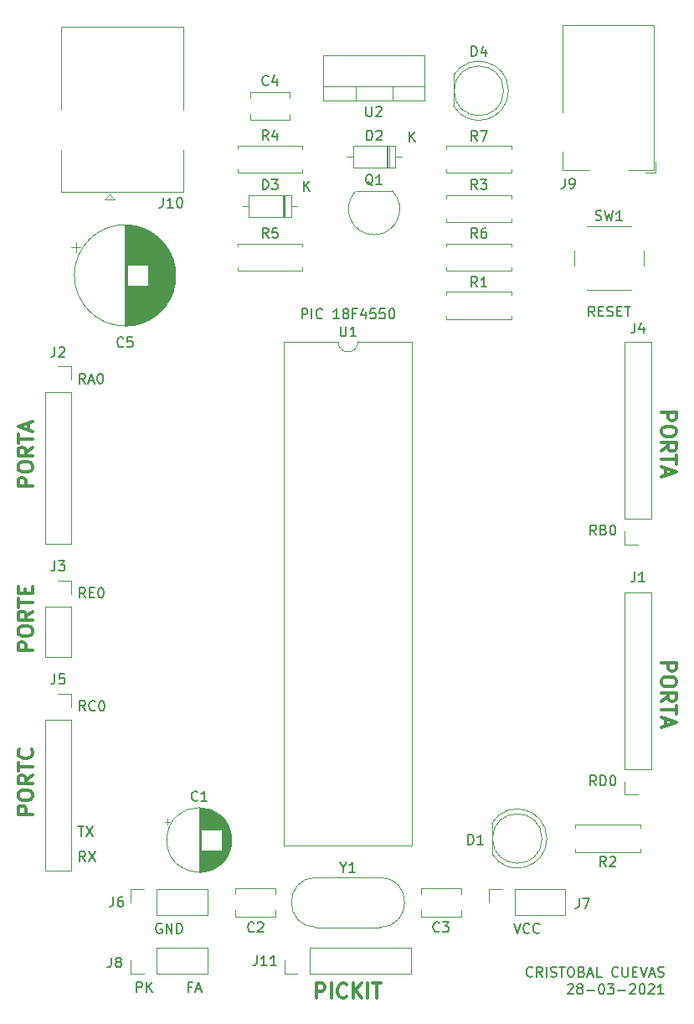
<source format=gbr>
%TF.GenerationSoftware,KiCad,Pcbnew,(5.1.8)-1*%
%TF.CreationDate,2021-03-28T00:11:49-03:00*%
%TF.ProjectId,PIC18F4550,50494331-3846-4343-9535-302e6b696361,rev?*%
%TF.SameCoordinates,Original*%
%TF.FileFunction,Legend,Top*%
%TF.FilePolarity,Positive*%
%FSLAX46Y46*%
G04 Gerber Fmt 4.6, Leading zero omitted, Abs format (unit mm)*
G04 Created by KiCad (PCBNEW (5.1.8)-1) date 2021-03-28 00:11:49*
%MOMM*%
%LPD*%
G01*
G04 APERTURE LIST*
%ADD10C,0.150000*%
%ADD11C,0.300000*%
%ADD12C,0.120000*%
G04 APERTURE END LIST*
D10*
X176321428Y-144407142D02*
X176273809Y-144454761D01*
X176130952Y-144502380D01*
X176035714Y-144502380D01*
X175892857Y-144454761D01*
X175797619Y-144359523D01*
X175750000Y-144264285D01*
X175702381Y-144073809D01*
X175702381Y-143930952D01*
X175750000Y-143740476D01*
X175797619Y-143645238D01*
X175892857Y-143550000D01*
X176035714Y-143502380D01*
X176130952Y-143502380D01*
X176273809Y-143550000D01*
X176321428Y-143597619D01*
X177321428Y-144502380D02*
X176988095Y-144026190D01*
X176750000Y-144502380D02*
X176750000Y-143502380D01*
X177130952Y-143502380D01*
X177226190Y-143550000D01*
X177273809Y-143597619D01*
X177321428Y-143692857D01*
X177321428Y-143835714D01*
X177273809Y-143930952D01*
X177226190Y-143978571D01*
X177130952Y-144026190D01*
X176750000Y-144026190D01*
X177750000Y-144502380D02*
X177750000Y-143502380D01*
X178178571Y-144454761D02*
X178321428Y-144502380D01*
X178559523Y-144502380D01*
X178654762Y-144454761D01*
X178702381Y-144407142D01*
X178750000Y-144311904D01*
X178750000Y-144216666D01*
X178702381Y-144121428D01*
X178654762Y-144073809D01*
X178559523Y-144026190D01*
X178369047Y-143978571D01*
X178273809Y-143930952D01*
X178226190Y-143883333D01*
X178178571Y-143788095D01*
X178178571Y-143692857D01*
X178226190Y-143597619D01*
X178273809Y-143550000D01*
X178369047Y-143502380D01*
X178607142Y-143502380D01*
X178750000Y-143550000D01*
X179035714Y-143502380D02*
X179607142Y-143502380D01*
X179321428Y-144502380D02*
X179321428Y-143502380D01*
X180130952Y-143502380D02*
X180321428Y-143502380D01*
X180416666Y-143550000D01*
X180511904Y-143645238D01*
X180559523Y-143835714D01*
X180559523Y-144169047D01*
X180511904Y-144359523D01*
X180416666Y-144454761D01*
X180321428Y-144502380D01*
X180130952Y-144502380D01*
X180035714Y-144454761D01*
X179940476Y-144359523D01*
X179892857Y-144169047D01*
X179892857Y-143835714D01*
X179940476Y-143645238D01*
X180035714Y-143550000D01*
X180130952Y-143502380D01*
X181321428Y-143978571D02*
X181464285Y-144026190D01*
X181511904Y-144073809D01*
X181559523Y-144169047D01*
X181559523Y-144311904D01*
X181511904Y-144407142D01*
X181464285Y-144454761D01*
X181369047Y-144502380D01*
X180988095Y-144502380D01*
X180988095Y-143502380D01*
X181321428Y-143502380D01*
X181416666Y-143550000D01*
X181464285Y-143597619D01*
X181511904Y-143692857D01*
X181511904Y-143788095D01*
X181464285Y-143883333D01*
X181416666Y-143930952D01*
X181321428Y-143978571D01*
X180988095Y-143978571D01*
X181940476Y-144216666D02*
X182416666Y-144216666D01*
X181845238Y-144502380D02*
X182178571Y-143502380D01*
X182511904Y-144502380D01*
X183321428Y-144502380D02*
X182845238Y-144502380D01*
X182845238Y-143502380D01*
X184988095Y-144407142D02*
X184940476Y-144454761D01*
X184797619Y-144502380D01*
X184702381Y-144502380D01*
X184559523Y-144454761D01*
X184464285Y-144359523D01*
X184416666Y-144264285D01*
X184369047Y-144073809D01*
X184369047Y-143930952D01*
X184416666Y-143740476D01*
X184464285Y-143645238D01*
X184559523Y-143550000D01*
X184702381Y-143502380D01*
X184797619Y-143502380D01*
X184940476Y-143550000D01*
X184988095Y-143597619D01*
X185416666Y-143502380D02*
X185416666Y-144311904D01*
X185464285Y-144407142D01*
X185511904Y-144454761D01*
X185607142Y-144502380D01*
X185797619Y-144502380D01*
X185892857Y-144454761D01*
X185940476Y-144407142D01*
X185988095Y-144311904D01*
X185988095Y-143502380D01*
X186464285Y-143978571D02*
X186797619Y-143978571D01*
X186940476Y-144502380D02*
X186464285Y-144502380D01*
X186464285Y-143502380D01*
X186940476Y-143502380D01*
X187226190Y-143502380D02*
X187559523Y-144502380D01*
X187892857Y-143502380D01*
X188178571Y-144216666D02*
X188654762Y-144216666D01*
X188083333Y-144502380D02*
X188416666Y-143502380D01*
X188750000Y-144502380D01*
X189035714Y-144454761D02*
X189178571Y-144502380D01*
X189416666Y-144502380D01*
X189511904Y-144454761D01*
X189559523Y-144407142D01*
X189607142Y-144311904D01*
X189607142Y-144216666D01*
X189559523Y-144121428D01*
X189511904Y-144073809D01*
X189416666Y-144026190D01*
X189226190Y-143978571D01*
X189130952Y-143930952D01*
X189083333Y-143883333D01*
X189035714Y-143788095D01*
X189035714Y-143692857D01*
X189083333Y-143597619D01*
X189130952Y-143550000D01*
X189226190Y-143502380D01*
X189464285Y-143502380D01*
X189607142Y-143550000D01*
X179892857Y-145322619D02*
X179940476Y-145275000D01*
X180035714Y-145227380D01*
X180273809Y-145227380D01*
X180369047Y-145275000D01*
X180416666Y-145322619D01*
X180464285Y-145417857D01*
X180464285Y-145513095D01*
X180416666Y-145655952D01*
X179845238Y-146227380D01*
X180464285Y-146227380D01*
X181035714Y-145655952D02*
X180940476Y-145608333D01*
X180892857Y-145560714D01*
X180845238Y-145465476D01*
X180845238Y-145417857D01*
X180892857Y-145322619D01*
X180940476Y-145275000D01*
X181035714Y-145227380D01*
X181226190Y-145227380D01*
X181321428Y-145275000D01*
X181369047Y-145322619D01*
X181416666Y-145417857D01*
X181416666Y-145465476D01*
X181369047Y-145560714D01*
X181321428Y-145608333D01*
X181226190Y-145655952D01*
X181035714Y-145655952D01*
X180940476Y-145703571D01*
X180892857Y-145751190D01*
X180845238Y-145846428D01*
X180845238Y-146036904D01*
X180892857Y-146132142D01*
X180940476Y-146179761D01*
X181035714Y-146227380D01*
X181226190Y-146227380D01*
X181321428Y-146179761D01*
X181369047Y-146132142D01*
X181416666Y-146036904D01*
X181416666Y-145846428D01*
X181369047Y-145751190D01*
X181321428Y-145703571D01*
X181226190Y-145655952D01*
X181845238Y-145846428D02*
X182607142Y-145846428D01*
X183273809Y-145227380D02*
X183369047Y-145227380D01*
X183464285Y-145275000D01*
X183511904Y-145322619D01*
X183559523Y-145417857D01*
X183607142Y-145608333D01*
X183607142Y-145846428D01*
X183559523Y-146036904D01*
X183511904Y-146132142D01*
X183464285Y-146179761D01*
X183369047Y-146227380D01*
X183273809Y-146227380D01*
X183178571Y-146179761D01*
X183130952Y-146132142D01*
X183083333Y-146036904D01*
X183035714Y-145846428D01*
X183035714Y-145608333D01*
X183083333Y-145417857D01*
X183130952Y-145322619D01*
X183178571Y-145275000D01*
X183273809Y-145227380D01*
X183940476Y-145227380D02*
X184559523Y-145227380D01*
X184226190Y-145608333D01*
X184369047Y-145608333D01*
X184464285Y-145655952D01*
X184511904Y-145703571D01*
X184559523Y-145798809D01*
X184559523Y-146036904D01*
X184511904Y-146132142D01*
X184464285Y-146179761D01*
X184369047Y-146227380D01*
X184083333Y-146227380D01*
X183988095Y-146179761D01*
X183940476Y-146132142D01*
X184988095Y-145846428D02*
X185750000Y-145846428D01*
X186178571Y-145322619D02*
X186226190Y-145275000D01*
X186321428Y-145227380D01*
X186559523Y-145227380D01*
X186654761Y-145275000D01*
X186702380Y-145322619D01*
X186750000Y-145417857D01*
X186750000Y-145513095D01*
X186702380Y-145655952D01*
X186130952Y-146227380D01*
X186750000Y-146227380D01*
X187369047Y-145227380D02*
X187464285Y-145227380D01*
X187559523Y-145275000D01*
X187607142Y-145322619D01*
X187654761Y-145417857D01*
X187702380Y-145608333D01*
X187702380Y-145846428D01*
X187654761Y-146036904D01*
X187607142Y-146132142D01*
X187559523Y-146179761D01*
X187464285Y-146227380D01*
X187369047Y-146227380D01*
X187273809Y-146179761D01*
X187226190Y-146132142D01*
X187178571Y-146036904D01*
X187130952Y-145846428D01*
X187130952Y-145608333D01*
X187178571Y-145417857D01*
X187226190Y-145322619D01*
X187273809Y-145275000D01*
X187369047Y-145227380D01*
X188083333Y-145322619D02*
X188130952Y-145275000D01*
X188226190Y-145227380D01*
X188464285Y-145227380D01*
X188559523Y-145275000D01*
X188607142Y-145322619D01*
X188654761Y-145417857D01*
X188654761Y-145513095D01*
X188607142Y-145655952D01*
X188035714Y-146227380D01*
X188654761Y-146227380D01*
X189607142Y-146227380D02*
X189035714Y-146227380D01*
X189321428Y-146227380D02*
X189321428Y-145227380D01*
X189226190Y-145370238D01*
X189130952Y-145465476D01*
X189035714Y-145513095D01*
X153015833Y-78002380D02*
X153015833Y-77002380D01*
X153396785Y-77002380D01*
X153492023Y-77050000D01*
X153539642Y-77097619D01*
X153587261Y-77192857D01*
X153587261Y-77335714D01*
X153539642Y-77430952D01*
X153492023Y-77478571D01*
X153396785Y-77526190D01*
X153015833Y-77526190D01*
X154015833Y-78002380D02*
X154015833Y-77002380D01*
X155063452Y-77907142D02*
X155015833Y-77954761D01*
X154872976Y-78002380D01*
X154777738Y-78002380D01*
X154634880Y-77954761D01*
X154539642Y-77859523D01*
X154492023Y-77764285D01*
X154444404Y-77573809D01*
X154444404Y-77430952D01*
X154492023Y-77240476D01*
X154539642Y-77145238D01*
X154634880Y-77050000D01*
X154777738Y-77002380D01*
X154872976Y-77002380D01*
X155015833Y-77050000D01*
X155063452Y-77097619D01*
X156777738Y-78002380D02*
X156206309Y-78002380D01*
X156492023Y-78002380D02*
X156492023Y-77002380D01*
X156396785Y-77145238D01*
X156301547Y-77240476D01*
X156206309Y-77288095D01*
X157349166Y-77430952D02*
X157253928Y-77383333D01*
X157206309Y-77335714D01*
X157158690Y-77240476D01*
X157158690Y-77192857D01*
X157206309Y-77097619D01*
X157253928Y-77050000D01*
X157349166Y-77002380D01*
X157539642Y-77002380D01*
X157634880Y-77050000D01*
X157682500Y-77097619D01*
X157730119Y-77192857D01*
X157730119Y-77240476D01*
X157682500Y-77335714D01*
X157634880Y-77383333D01*
X157539642Y-77430952D01*
X157349166Y-77430952D01*
X157253928Y-77478571D01*
X157206309Y-77526190D01*
X157158690Y-77621428D01*
X157158690Y-77811904D01*
X157206309Y-77907142D01*
X157253928Y-77954761D01*
X157349166Y-78002380D01*
X157539642Y-78002380D01*
X157634880Y-77954761D01*
X157682500Y-77907142D01*
X157730119Y-77811904D01*
X157730119Y-77621428D01*
X157682500Y-77526190D01*
X157634880Y-77478571D01*
X157539642Y-77430952D01*
X158492023Y-77478571D02*
X158158690Y-77478571D01*
X158158690Y-78002380D02*
X158158690Y-77002380D01*
X158634880Y-77002380D01*
X159444404Y-77335714D02*
X159444404Y-78002380D01*
X159206309Y-76954761D02*
X158968214Y-77669047D01*
X159587261Y-77669047D01*
X160444404Y-77002380D02*
X159968214Y-77002380D01*
X159920595Y-77478571D01*
X159968214Y-77430952D01*
X160063452Y-77383333D01*
X160301547Y-77383333D01*
X160396785Y-77430952D01*
X160444404Y-77478571D01*
X160492023Y-77573809D01*
X160492023Y-77811904D01*
X160444404Y-77907142D01*
X160396785Y-77954761D01*
X160301547Y-78002380D01*
X160063452Y-78002380D01*
X159968214Y-77954761D01*
X159920595Y-77907142D01*
X161396785Y-77002380D02*
X160920595Y-77002380D01*
X160872976Y-77478571D01*
X160920595Y-77430952D01*
X161015833Y-77383333D01*
X161253928Y-77383333D01*
X161349166Y-77430952D01*
X161396785Y-77478571D01*
X161444404Y-77573809D01*
X161444404Y-77811904D01*
X161396785Y-77907142D01*
X161349166Y-77954761D01*
X161253928Y-78002380D01*
X161015833Y-78002380D01*
X160920595Y-77954761D01*
X160872976Y-77907142D01*
X162063452Y-77002380D02*
X162158690Y-77002380D01*
X162253928Y-77050000D01*
X162301547Y-77097619D01*
X162349166Y-77192857D01*
X162396785Y-77383333D01*
X162396785Y-77621428D01*
X162349166Y-77811904D01*
X162301547Y-77907142D01*
X162253928Y-77954761D01*
X162158690Y-78002380D01*
X162063452Y-78002380D01*
X161968214Y-77954761D01*
X161920595Y-77907142D01*
X161872976Y-77811904D01*
X161825357Y-77621428D01*
X161825357Y-77383333D01*
X161872976Y-77192857D01*
X161920595Y-77097619D01*
X161968214Y-77050000D01*
X162063452Y-77002380D01*
X141850535Y-145503571D02*
X141517202Y-145503571D01*
X141517202Y-146027380D02*
X141517202Y-145027380D01*
X141993392Y-145027380D01*
X142326726Y-145741666D02*
X142802916Y-145741666D01*
X142231488Y-146027380D02*
X142564821Y-145027380D01*
X142898154Y-146027380D01*
X136294345Y-146027380D02*
X136294345Y-145027380D01*
X136675297Y-145027380D01*
X136770535Y-145075000D01*
X136818154Y-145122619D01*
X136865773Y-145217857D01*
X136865773Y-145360714D01*
X136818154Y-145455952D01*
X136770535Y-145503571D01*
X136675297Y-145551190D01*
X136294345Y-145551190D01*
X137294345Y-146027380D02*
X137294345Y-145027380D01*
X137865773Y-146027380D02*
X137437202Y-145455952D01*
X137865773Y-145027380D02*
X137294345Y-145598809D01*
X182607619Y-77752380D02*
X182274285Y-77276190D01*
X182036190Y-77752380D02*
X182036190Y-76752380D01*
X182417142Y-76752380D01*
X182512380Y-76800000D01*
X182560000Y-76847619D01*
X182607619Y-76942857D01*
X182607619Y-77085714D01*
X182560000Y-77180952D01*
X182512380Y-77228571D01*
X182417142Y-77276190D01*
X182036190Y-77276190D01*
X183036190Y-77228571D02*
X183369523Y-77228571D01*
X183512380Y-77752380D02*
X183036190Y-77752380D01*
X183036190Y-76752380D01*
X183512380Y-76752380D01*
X183893333Y-77704761D02*
X184036190Y-77752380D01*
X184274285Y-77752380D01*
X184369523Y-77704761D01*
X184417142Y-77657142D01*
X184464761Y-77561904D01*
X184464761Y-77466666D01*
X184417142Y-77371428D01*
X184369523Y-77323809D01*
X184274285Y-77276190D01*
X184083809Y-77228571D01*
X183988571Y-77180952D01*
X183940952Y-77133333D01*
X183893333Y-77038095D01*
X183893333Y-76942857D01*
X183940952Y-76847619D01*
X183988571Y-76800000D01*
X184083809Y-76752380D01*
X184321904Y-76752380D01*
X184464761Y-76800000D01*
X184893333Y-77228571D02*
X185226666Y-77228571D01*
X185369523Y-77752380D02*
X184893333Y-77752380D01*
X184893333Y-76752380D01*
X185369523Y-76752380D01*
X185655238Y-76752380D02*
X186226666Y-76752380D01*
X185940952Y-77752380D02*
X185940952Y-76752380D01*
X131104761Y-84559880D02*
X130771428Y-84083690D01*
X130533333Y-84559880D02*
X130533333Y-83559880D01*
X130914285Y-83559880D01*
X131009523Y-83607500D01*
X131057142Y-83655119D01*
X131104761Y-83750357D01*
X131104761Y-83893214D01*
X131057142Y-83988452D01*
X131009523Y-84036071D01*
X130914285Y-84083690D01*
X130533333Y-84083690D01*
X131485714Y-84274166D02*
X131961904Y-84274166D01*
X131390476Y-84559880D02*
X131723809Y-83559880D01*
X132057142Y-84559880D01*
X132580952Y-83559880D02*
X132676190Y-83559880D01*
X132771428Y-83607500D01*
X132819047Y-83655119D01*
X132866666Y-83750357D01*
X132914285Y-83940833D01*
X132914285Y-84178928D01*
X132866666Y-84369404D01*
X132819047Y-84464642D01*
X132771428Y-84512261D01*
X132676190Y-84559880D01*
X132580952Y-84559880D01*
X132485714Y-84512261D01*
X132438095Y-84464642D01*
X132390476Y-84369404D01*
X132342857Y-84178928D01*
X132342857Y-83940833D01*
X132390476Y-83750357D01*
X132438095Y-83655119D01*
X132485714Y-83607500D01*
X132580952Y-83559880D01*
X131104761Y-106184880D02*
X130771428Y-105708690D01*
X130533332Y-106184880D02*
X130533332Y-105184880D01*
X130914285Y-105184880D01*
X131009523Y-105232500D01*
X131057142Y-105280119D01*
X131104761Y-105375357D01*
X131104761Y-105518214D01*
X131057142Y-105613452D01*
X131009523Y-105661071D01*
X130914285Y-105708690D01*
X130533332Y-105708690D01*
X131533332Y-105661071D02*
X131866666Y-105661071D01*
X132009523Y-106184880D02*
X131533332Y-106184880D01*
X131533332Y-105184880D01*
X132009523Y-105184880D01*
X132628570Y-105184880D02*
X132723809Y-105184880D01*
X132819047Y-105232500D01*
X132866666Y-105280119D01*
X132914285Y-105375357D01*
X132961904Y-105565833D01*
X132961904Y-105803928D01*
X132914285Y-105994404D01*
X132866666Y-106089642D01*
X132819047Y-106137261D01*
X132723809Y-106184880D01*
X132628570Y-106184880D01*
X132533332Y-106137261D01*
X132485713Y-106089642D01*
X132438094Y-105994404D01*
X132390475Y-105803928D01*
X132390475Y-105565833D01*
X132438094Y-105375357D01*
X132485713Y-105280119D01*
X132533332Y-105232500D01*
X132628570Y-105184880D01*
X131104761Y-117609880D02*
X130771428Y-117133690D01*
X130533332Y-117609880D02*
X130533332Y-116609880D01*
X130914285Y-116609880D01*
X131009523Y-116657500D01*
X131057142Y-116705119D01*
X131104761Y-116800357D01*
X131104761Y-116943214D01*
X131057142Y-117038452D01*
X131009523Y-117086071D01*
X130914285Y-117133690D01*
X130533332Y-117133690D01*
X132104761Y-117514642D02*
X132057142Y-117562261D01*
X131914285Y-117609880D01*
X131819047Y-117609880D01*
X131676189Y-117562261D01*
X131580951Y-117467023D01*
X131533332Y-117371785D01*
X131485713Y-117181309D01*
X131485713Y-117038452D01*
X131533332Y-116847976D01*
X131580951Y-116752738D01*
X131676189Y-116657500D01*
X131819047Y-116609880D01*
X131914285Y-116609880D01*
X132057142Y-116657500D01*
X132104761Y-116705119D01*
X132723808Y-116609880D02*
X132819047Y-116609880D01*
X132914285Y-116657500D01*
X132961904Y-116705119D01*
X133009523Y-116800357D01*
X133057142Y-116990833D01*
X133057142Y-117228928D01*
X133009523Y-117419404D01*
X132961904Y-117514642D01*
X132914285Y-117562261D01*
X132819047Y-117609880D01*
X132723808Y-117609880D01*
X132628570Y-117562261D01*
X132580951Y-117514642D01*
X132533332Y-117419404D01*
X132485713Y-117228928D01*
X132485713Y-116990833D01*
X132533332Y-116800357D01*
X132580951Y-116705119D01*
X132628570Y-116657500D01*
X132723808Y-116609880D01*
X131104761Y-132849880D02*
X130771428Y-132373690D01*
X130533332Y-132849880D02*
X130533332Y-131849880D01*
X130914285Y-131849880D01*
X131009523Y-131897500D01*
X131057142Y-131945119D01*
X131104761Y-132040357D01*
X131104761Y-132183214D01*
X131057142Y-132278452D01*
X131009523Y-132326071D01*
X130914285Y-132373690D01*
X130533332Y-132373690D01*
X131438094Y-131849880D02*
X132104761Y-132849880D01*
X132104761Y-131849880D02*
X131438094Y-132849880D01*
X130390476Y-129309880D02*
X130961904Y-129309880D01*
X130676190Y-130309880D02*
X130676190Y-129309880D01*
X131200000Y-129309880D02*
X131866666Y-130309880D01*
X131866666Y-129309880D02*
X131200000Y-130309880D01*
D11*
X154471428Y-146653571D02*
X154471428Y-145153571D01*
X155042857Y-145153571D01*
X155185714Y-145225000D01*
X155257142Y-145296428D01*
X155328571Y-145439285D01*
X155328571Y-145653571D01*
X155257142Y-145796428D01*
X155185714Y-145867857D01*
X155042857Y-145939285D01*
X154471428Y-145939285D01*
X155971428Y-146653571D02*
X155971428Y-145153571D01*
X157542857Y-146510714D02*
X157471428Y-146582142D01*
X157257142Y-146653571D01*
X157114285Y-146653571D01*
X156900000Y-146582142D01*
X156757142Y-146439285D01*
X156685714Y-146296428D01*
X156614285Y-146010714D01*
X156614285Y-145796428D01*
X156685714Y-145510714D01*
X156757142Y-145367857D01*
X156900000Y-145225000D01*
X157114285Y-145153571D01*
X157257142Y-145153571D01*
X157471428Y-145225000D01*
X157542857Y-145296428D01*
X158185714Y-146653571D02*
X158185714Y-145153571D01*
X159042857Y-146653571D02*
X158400000Y-145796428D01*
X159042857Y-145153571D02*
X158185714Y-146010714D01*
X159685714Y-146653571D02*
X159685714Y-145153571D01*
X160185714Y-145153571D02*
X161042857Y-145153571D01*
X160614285Y-146653571D02*
X160614285Y-145153571D01*
X125803571Y-128075000D02*
X124303571Y-128075000D01*
X124303571Y-127503571D01*
X124375000Y-127360714D01*
X124446428Y-127289285D01*
X124589285Y-127217857D01*
X124803571Y-127217857D01*
X124946428Y-127289285D01*
X125017857Y-127360714D01*
X125089285Y-127503571D01*
X125089285Y-128075000D01*
X124303571Y-126289285D02*
X124303571Y-126003571D01*
X124375000Y-125860714D01*
X124517857Y-125717857D01*
X124803571Y-125646428D01*
X125303571Y-125646428D01*
X125589285Y-125717857D01*
X125732142Y-125860714D01*
X125803571Y-126003571D01*
X125803571Y-126289285D01*
X125732142Y-126432142D01*
X125589285Y-126575000D01*
X125303571Y-126646428D01*
X124803571Y-126646428D01*
X124517857Y-126575000D01*
X124375000Y-126432142D01*
X124303571Y-126289285D01*
X125803571Y-124146428D02*
X125089285Y-124646428D01*
X125803571Y-125003571D02*
X124303571Y-125003571D01*
X124303571Y-124432142D01*
X124375000Y-124289285D01*
X124446428Y-124217857D01*
X124589285Y-124146428D01*
X124803571Y-124146428D01*
X124946428Y-124217857D01*
X125017857Y-124289285D01*
X125089285Y-124432142D01*
X125089285Y-125003571D01*
X124303571Y-123717857D02*
X124303571Y-122860714D01*
X125803571Y-123289285D02*
X124303571Y-123289285D01*
X125660714Y-121503571D02*
X125732142Y-121575000D01*
X125803571Y-121789285D01*
X125803571Y-121932142D01*
X125732142Y-122146428D01*
X125589285Y-122289285D01*
X125446428Y-122360714D01*
X125160714Y-122432142D01*
X124946428Y-122432142D01*
X124660714Y-122360714D01*
X124517857Y-122289285D01*
X124375000Y-122146428D01*
X124303571Y-121932142D01*
X124303571Y-121789285D01*
X124375000Y-121575000D01*
X124446428Y-121503571D01*
X125803571Y-111503572D02*
X124303571Y-111503572D01*
X124303571Y-110932143D01*
X124375000Y-110789286D01*
X124446428Y-110717858D01*
X124589285Y-110646429D01*
X124803571Y-110646429D01*
X124946428Y-110717858D01*
X125017857Y-110789286D01*
X125089285Y-110932143D01*
X125089285Y-111503572D01*
X124303571Y-109717858D02*
X124303571Y-109432143D01*
X124375000Y-109289286D01*
X124517857Y-109146429D01*
X124803571Y-109075001D01*
X125303571Y-109075001D01*
X125589285Y-109146429D01*
X125732142Y-109289286D01*
X125803571Y-109432143D01*
X125803571Y-109717858D01*
X125732142Y-109860715D01*
X125589285Y-110003572D01*
X125303571Y-110075001D01*
X124803571Y-110075001D01*
X124517857Y-110003572D01*
X124375000Y-109860715D01*
X124303571Y-109717858D01*
X125803571Y-107575001D02*
X125089285Y-108075001D01*
X125803571Y-108432143D02*
X124303571Y-108432143D01*
X124303571Y-107860715D01*
X124375000Y-107717858D01*
X124446428Y-107646429D01*
X124589285Y-107575001D01*
X124803571Y-107575001D01*
X124946428Y-107646429D01*
X125017857Y-107717858D01*
X125089285Y-107860715D01*
X125089285Y-108432143D01*
X124303571Y-107146429D02*
X124303571Y-106289286D01*
X125803571Y-106717858D02*
X124303571Y-106717858D01*
X125017857Y-105789286D02*
X125017857Y-105289286D01*
X125803571Y-105075001D02*
X125803571Y-105789286D01*
X124303571Y-105789286D01*
X124303571Y-105075001D01*
X189371428Y-112757142D02*
X190871428Y-112757142D01*
X190871428Y-113328571D01*
X190800000Y-113471428D01*
X190728571Y-113542857D01*
X190585714Y-113614285D01*
X190371428Y-113614285D01*
X190228571Y-113542857D01*
X190157142Y-113471428D01*
X190085714Y-113328571D01*
X190085714Y-112757142D01*
X190871428Y-114542857D02*
X190871428Y-114828571D01*
X190800000Y-114971428D01*
X190657142Y-115114285D01*
X190371428Y-115185714D01*
X189871428Y-115185714D01*
X189585714Y-115114285D01*
X189442857Y-114971428D01*
X189371428Y-114828571D01*
X189371428Y-114542857D01*
X189442857Y-114400000D01*
X189585714Y-114257142D01*
X189871428Y-114185714D01*
X190371428Y-114185714D01*
X190657142Y-114257142D01*
X190800000Y-114400000D01*
X190871428Y-114542857D01*
X189371428Y-116685714D02*
X190085714Y-116185714D01*
X189371428Y-115828571D02*
X190871428Y-115828571D01*
X190871428Y-116400000D01*
X190800000Y-116542857D01*
X190728571Y-116614285D01*
X190585714Y-116685714D01*
X190371428Y-116685714D01*
X190228571Y-116614285D01*
X190157142Y-116542857D01*
X190085714Y-116400000D01*
X190085714Y-115828571D01*
X190871428Y-117114285D02*
X190871428Y-117971428D01*
X189371428Y-117542857D02*
X190871428Y-117542857D01*
X189800000Y-118400000D02*
X189800000Y-119114285D01*
X189371428Y-118257142D02*
X190871428Y-118757142D01*
X189371428Y-119257142D01*
X189371428Y-87457142D02*
X190871428Y-87457142D01*
X190871428Y-88028571D01*
X190800000Y-88171428D01*
X190728571Y-88242857D01*
X190585714Y-88314285D01*
X190371428Y-88314285D01*
X190228571Y-88242857D01*
X190157142Y-88171428D01*
X190085714Y-88028571D01*
X190085714Y-87457142D01*
X190871428Y-89242857D02*
X190871428Y-89528571D01*
X190800000Y-89671428D01*
X190657142Y-89814285D01*
X190371428Y-89885714D01*
X189871428Y-89885714D01*
X189585714Y-89814285D01*
X189442857Y-89671428D01*
X189371428Y-89528571D01*
X189371428Y-89242857D01*
X189442857Y-89100000D01*
X189585714Y-88957142D01*
X189871428Y-88885714D01*
X190371428Y-88885714D01*
X190657142Y-88957142D01*
X190800000Y-89100000D01*
X190871428Y-89242857D01*
X189371428Y-91385714D02*
X190085714Y-90885714D01*
X189371428Y-90528571D02*
X190871428Y-90528571D01*
X190871428Y-91100000D01*
X190800000Y-91242857D01*
X190728571Y-91314285D01*
X190585714Y-91385714D01*
X190371428Y-91385714D01*
X190228571Y-91314285D01*
X190157142Y-91242857D01*
X190085714Y-91100000D01*
X190085714Y-90528571D01*
X190871428Y-91814285D02*
X190871428Y-92671428D01*
X189371428Y-92242857D02*
X190871428Y-92242857D01*
X189800000Y-93100000D02*
X189800000Y-93814285D01*
X189371428Y-92957142D02*
X190871428Y-93457142D01*
X189371428Y-93957142D01*
D10*
X182783333Y-99859880D02*
X182450000Y-99383690D01*
X182211904Y-99859880D02*
X182211904Y-98859880D01*
X182592857Y-98859880D01*
X182688095Y-98907500D01*
X182735714Y-98955119D01*
X182783333Y-99050357D01*
X182783333Y-99193214D01*
X182735714Y-99288452D01*
X182688095Y-99336071D01*
X182592857Y-99383690D01*
X182211904Y-99383690D01*
X183545238Y-99336071D02*
X183688095Y-99383690D01*
X183735714Y-99431309D01*
X183783333Y-99526547D01*
X183783333Y-99669404D01*
X183735714Y-99764642D01*
X183688095Y-99812261D01*
X183592857Y-99859880D01*
X183211904Y-99859880D01*
X183211904Y-98859880D01*
X183545238Y-98859880D01*
X183640476Y-98907500D01*
X183688095Y-98955119D01*
X183735714Y-99050357D01*
X183735714Y-99145595D01*
X183688095Y-99240833D01*
X183640476Y-99288452D01*
X183545238Y-99336071D01*
X183211904Y-99336071D01*
X184402380Y-98859880D02*
X184497619Y-98859880D01*
X184592857Y-98907500D01*
X184640476Y-98955119D01*
X184688095Y-99050357D01*
X184735714Y-99240833D01*
X184735714Y-99478928D01*
X184688095Y-99669404D01*
X184640476Y-99764642D01*
X184592857Y-99812261D01*
X184497619Y-99859880D01*
X184402380Y-99859880D01*
X184307142Y-99812261D01*
X184259523Y-99764642D01*
X184211904Y-99669404D01*
X184164285Y-99478928D01*
X184164285Y-99240833D01*
X184211904Y-99050357D01*
X184259523Y-98955119D01*
X184307142Y-98907500D01*
X184402380Y-98859880D01*
X182783333Y-125159880D02*
X182450000Y-124683690D01*
X182211904Y-125159880D02*
X182211904Y-124159880D01*
X182592857Y-124159880D01*
X182688095Y-124207500D01*
X182735714Y-124255119D01*
X182783333Y-124350357D01*
X182783333Y-124493214D01*
X182735714Y-124588452D01*
X182688095Y-124636071D01*
X182592857Y-124683690D01*
X182211904Y-124683690D01*
X183211904Y-125159880D02*
X183211904Y-124159880D01*
X183450000Y-124159880D01*
X183592857Y-124207500D01*
X183688095Y-124302738D01*
X183735714Y-124397976D01*
X183783333Y-124588452D01*
X183783333Y-124731309D01*
X183735714Y-124921785D01*
X183688095Y-125017023D01*
X183592857Y-125112261D01*
X183450000Y-125159880D01*
X183211904Y-125159880D01*
X184402380Y-124159880D02*
X184497619Y-124159880D01*
X184592857Y-124207500D01*
X184640476Y-124255119D01*
X184688095Y-124350357D01*
X184735714Y-124540833D01*
X184735714Y-124778928D01*
X184688095Y-124969404D01*
X184640476Y-125064642D01*
X184592857Y-125112261D01*
X184497619Y-125159880D01*
X184402380Y-125159880D01*
X184307142Y-125112261D01*
X184259523Y-125064642D01*
X184211904Y-124969404D01*
X184164285Y-124778928D01*
X184164285Y-124540833D01*
X184211904Y-124350357D01*
X184259523Y-124255119D01*
X184307142Y-124207500D01*
X184402380Y-124159880D01*
X174450416Y-139102380D02*
X174783750Y-140102380D01*
X175117083Y-139102380D01*
X176021845Y-140007142D02*
X175974226Y-140054761D01*
X175831369Y-140102380D01*
X175736130Y-140102380D01*
X175593273Y-140054761D01*
X175498035Y-139959523D01*
X175450416Y-139864285D01*
X175402797Y-139673809D01*
X175402797Y-139530952D01*
X175450416Y-139340476D01*
X175498035Y-139245238D01*
X175593273Y-139150000D01*
X175736130Y-139102380D01*
X175831369Y-139102380D01*
X175974226Y-139150000D01*
X176021845Y-139197619D01*
X177021845Y-140007142D02*
X176974226Y-140054761D01*
X176831369Y-140102380D01*
X176736130Y-140102380D01*
X176593273Y-140054761D01*
X176498035Y-139959523D01*
X176450416Y-139864285D01*
X176402797Y-139673809D01*
X176402797Y-139530952D01*
X176450416Y-139340476D01*
X176498035Y-139245238D01*
X176593273Y-139150000D01*
X176736130Y-139102380D01*
X176831369Y-139102380D01*
X176974226Y-139150000D01*
X177021845Y-139197619D01*
X138819345Y-139150000D02*
X138724107Y-139102380D01*
X138581250Y-139102380D01*
X138438392Y-139150000D01*
X138343154Y-139245238D01*
X138295535Y-139340476D01*
X138247916Y-139530952D01*
X138247916Y-139673809D01*
X138295535Y-139864285D01*
X138343154Y-139959523D01*
X138438392Y-140054761D01*
X138581250Y-140102380D01*
X138676488Y-140102380D01*
X138819345Y-140054761D01*
X138866964Y-140007142D01*
X138866964Y-139673809D01*
X138676488Y-139673809D01*
X139295535Y-140102380D02*
X139295535Y-139102380D01*
X139866964Y-140102380D01*
X139866964Y-139102380D01*
X140343154Y-140102380D02*
X140343154Y-139102380D01*
X140581250Y-139102380D01*
X140724107Y-139150000D01*
X140819345Y-139245238D01*
X140866964Y-139340476D01*
X140914583Y-139530952D01*
X140914583Y-139673809D01*
X140866964Y-139864285D01*
X140819345Y-139959523D01*
X140724107Y-140054761D01*
X140581250Y-140102380D01*
X140343154Y-140102380D01*
D11*
X125803571Y-94917857D02*
X124303571Y-94917857D01*
X124303571Y-94346428D01*
X124375000Y-94203571D01*
X124446428Y-94132142D01*
X124589285Y-94060714D01*
X124803571Y-94060714D01*
X124946428Y-94132142D01*
X125017857Y-94203571D01*
X125089285Y-94346428D01*
X125089285Y-94917857D01*
X124303571Y-93132142D02*
X124303571Y-92846428D01*
X124375000Y-92703571D01*
X124517857Y-92560714D01*
X124803571Y-92489285D01*
X125303571Y-92489285D01*
X125589285Y-92560714D01*
X125732142Y-92703571D01*
X125803571Y-92846428D01*
X125803571Y-93132142D01*
X125732142Y-93275000D01*
X125589285Y-93417857D01*
X125303571Y-93489285D01*
X124803571Y-93489285D01*
X124517857Y-93417857D01*
X124375000Y-93275000D01*
X124303571Y-93132142D01*
X125803571Y-90989285D02*
X125089285Y-91489285D01*
X125803571Y-91846428D02*
X124303571Y-91846428D01*
X124303571Y-91275000D01*
X124375000Y-91132142D01*
X124446428Y-91060714D01*
X124589285Y-90989285D01*
X124803571Y-90989285D01*
X124946428Y-91060714D01*
X125017857Y-91132142D01*
X125089285Y-91275000D01*
X125089285Y-91846428D01*
X124303571Y-90560714D02*
X124303571Y-89703571D01*
X125803571Y-90132142D02*
X124303571Y-90132142D01*
X125375000Y-89275000D02*
X125375000Y-88560714D01*
X125803571Y-89417857D02*
X124303571Y-88917857D01*
X125803571Y-88417857D01*
D12*
%TO.C,U1*%
X164137500Y-80345000D02*
X158677500Y-80345000D01*
X164137500Y-131265000D02*
X164137500Y-80345000D01*
X151217500Y-131265000D02*
X164137500Y-131265000D01*
X151217500Y-80345000D02*
X151217500Y-131265000D01*
X156677500Y-80345000D02*
X151217500Y-80345000D01*
X158677500Y-80345000D02*
G75*
G02*
X156677500Y-80345000I-1000000J0D01*
G01*
%TO.C,C1*%
X139439759Y-128521000D02*
X139439759Y-129151000D01*
X139124759Y-128836000D02*
X139754759Y-128836000D01*
X145866000Y-130273000D02*
X145866000Y-131077000D01*
X145826000Y-130042000D02*
X145826000Y-131308000D01*
X145786000Y-129873000D02*
X145786000Y-131477000D01*
X145746000Y-129735000D02*
X145746000Y-131615000D01*
X145706000Y-129616000D02*
X145706000Y-131734000D01*
X145666000Y-129510000D02*
X145666000Y-131840000D01*
X145626000Y-129413000D02*
X145626000Y-131937000D01*
X145586000Y-129325000D02*
X145586000Y-132025000D01*
X145546000Y-129243000D02*
X145546000Y-132107000D01*
X145506000Y-129166000D02*
X145506000Y-132184000D01*
X145466000Y-129094000D02*
X145466000Y-132256000D01*
X145426000Y-129025000D02*
X145426000Y-132325000D01*
X145386000Y-128961000D02*
X145386000Y-132389000D01*
X145346000Y-128899000D02*
X145346000Y-132451000D01*
X145306000Y-128841000D02*
X145306000Y-132509000D01*
X145266000Y-128785000D02*
X145266000Y-132565000D01*
X145226000Y-128731000D02*
X145226000Y-132619000D01*
X145186000Y-128680000D02*
X145186000Y-132670000D01*
X145146000Y-128631000D02*
X145146000Y-132719000D01*
X145106000Y-128583000D02*
X145106000Y-132767000D01*
X145066000Y-128538000D02*
X145066000Y-132812000D01*
X145026000Y-128493000D02*
X145026000Y-132857000D01*
X144986000Y-128451000D02*
X144986000Y-132899000D01*
X144946000Y-128410000D02*
X144946000Y-132940000D01*
X144906000Y-131715000D02*
X144906000Y-132980000D01*
X144906000Y-128370000D02*
X144906000Y-129635000D01*
X144866000Y-131715000D02*
X144866000Y-133018000D01*
X144866000Y-128332000D02*
X144866000Y-129635000D01*
X144826000Y-131715000D02*
X144826000Y-133055000D01*
X144826000Y-128295000D02*
X144826000Y-129635000D01*
X144786000Y-131715000D02*
X144786000Y-133091000D01*
X144786000Y-128259000D02*
X144786000Y-129635000D01*
X144746000Y-131715000D02*
X144746000Y-133125000D01*
X144746000Y-128225000D02*
X144746000Y-129635000D01*
X144706000Y-131715000D02*
X144706000Y-133159000D01*
X144706000Y-128191000D02*
X144706000Y-129635000D01*
X144666000Y-131715000D02*
X144666000Y-133191000D01*
X144666000Y-128159000D02*
X144666000Y-129635000D01*
X144626000Y-131715000D02*
X144626000Y-133223000D01*
X144626000Y-128127000D02*
X144626000Y-129635000D01*
X144586000Y-131715000D02*
X144586000Y-133253000D01*
X144586000Y-128097000D02*
X144586000Y-129635000D01*
X144546000Y-131715000D02*
X144546000Y-133282000D01*
X144546000Y-128068000D02*
X144546000Y-129635000D01*
X144506000Y-131715000D02*
X144506000Y-133311000D01*
X144506000Y-128039000D02*
X144506000Y-129635000D01*
X144466000Y-131715000D02*
X144466000Y-133339000D01*
X144466000Y-128011000D02*
X144466000Y-129635000D01*
X144426000Y-131715000D02*
X144426000Y-133365000D01*
X144426000Y-127985000D02*
X144426000Y-129635000D01*
X144386000Y-131715000D02*
X144386000Y-133391000D01*
X144386000Y-127959000D02*
X144386000Y-129635000D01*
X144346000Y-131715000D02*
X144346000Y-133417000D01*
X144346000Y-127933000D02*
X144346000Y-129635000D01*
X144306000Y-131715000D02*
X144306000Y-133441000D01*
X144306000Y-127909000D02*
X144306000Y-129635000D01*
X144266000Y-131715000D02*
X144266000Y-133465000D01*
X144266000Y-127885000D02*
X144266000Y-129635000D01*
X144226000Y-131715000D02*
X144226000Y-133487000D01*
X144226000Y-127863000D02*
X144226000Y-129635000D01*
X144186000Y-131715000D02*
X144186000Y-133509000D01*
X144186000Y-127841000D02*
X144186000Y-129635000D01*
X144146000Y-131715000D02*
X144146000Y-133531000D01*
X144146000Y-127819000D02*
X144146000Y-129635000D01*
X144106000Y-131715000D02*
X144106000Y-133551000D01*
X144106000Y-127799000D02*
X144106000Y-129635000D01*
X144066000Y-131715000D02*
X144066000Y-133571000D01*
X144066000Y-127779000D02*
X144066000Y-129635000D01*
X144026000Y-131715000D02*
X144026000Y-133591000D01*
X144026000Y-127759000D02*
X144026000Y-129635000D01*
X143986000Y-131715000D02*
X143986000Y-133609000D01*
X143986000Y-127741000D02*
X143986000Y-129635000D01*
X143946000Y-131715000D02*
X143946000Y-133627000D01*
X143946000Y-127723000D02*
X143946000Y-129635000D01*
X143906000Y-131715000D02*
X143906000Y-133645000D01*
X143906000Y-127705000D02*
X143906000Y-129635000D01*
X143866000Y-131715000D02*
X143866000Y-133661000D01*
X143866000Y-127689000D02*
X143866000Y-129635000D01*
X143826000Y-131715000D02*
X143826000Y-133677000D01*
X143826000Y-127673000D02*
X143826000Y-129635000D01*
X143786000Y-131715000D02*
X143786000Y-133693000D01*
X143786000Y-127657000D02*
X143786000Y-129635000D01*
X143746000Y-131715000D02*
X143746000Y-133708000D01*
X143746000Y-127642000D02*
X143746000Y-129635000D01*
X143706000Y-131715000D02*
X143706000Y-133722000D01*
X143706000Y-127628000D02*
X143706000Y-129635000D01*
X143666000Y-131715000D02*
X143666000Y-133736000D01*
X143666000Y-127614000D02*
X143666000Y-129635000D01*
X143626000Y-131715000D02*
X143626000Y-133749000D01*
X143626000Y-127601000D02*
X143626000Y-129635000D01*
X143586000Y-131715000D02*
X143586000Y-133761000D01*
X143586000Y-127589000D02*
X143586000Y-129635000D01*
X143546000Y-131715000D02*
X143546000Y-133773000D01*
X143546000Y-127577000D02*
X143546000Y-129635000D01*
X143506000Y-131715000D02*
X143506000Y-133785000D01*
X143506000Y-127565000D02*
X143506000Y-129635000D01*
X143466000Y-131715000D02*
X143466000Y-133796000D01*
X143466000Y-127554000D02*
X143466000Y-129635000D01*
X143426000Y-131715000D02*
X143426000Y-133806000D01*
X143426000Y-127544000D02*
X143426000Y-129635000D01*
X143386000Y-131715000D02*
X143386000Y-133816000D01*
X143386000Y-127534000D02*
X143386000Y-129635000D01*
X143346000Y-131715000D02*
X143346000Y-133825000D01*
X143346000Y-127525000D02*
X143346000Y-129635000D01*
X143305000Y-131715000D02*
X143305000Y-133834000D01*
X143305000Y-127516000D02*
X143305000Y-129635000D01*
X143265000Y-131715000D02*
X143265000Y-133842000D01*
X143265000Y-127508000D02*
X143265000Y-129635000D01*
X143225000Y-131715000D02*
X143225000Y-133850000D01*
X143225000Y-127500000D02*
X143225000Y-129635000D01*
X143185000Y-131715000D02*
X143185000Y-133857000D01*
X143185000Y-127493000D02*
X143185000Y-129635000D01*
X143145000Y-131715000D02*
X143145000Y-133864000D01*
X143145000Y-127486000D02*
X143145000Y-129635000D01*
X143105000Y-131715000D02*
X143105000Y-133870000D01*
X143105000Y-127480000D02*
X143105000Y-129635000D01*
X143065000Y-131715000D02*
X143065000Y-133876000D01*
X143065000Y-127474000D02*
X143065000Y-129635000D01*
X143025000Y-131715000D02*
X143025000Y-133881000D01*
X143025000Y-127469000D02*
X143025000Y-129635000D01*
X142985000Y-131715000D02*
X142985000Y-133886000D01*
X142985000Y-127464000D02*
X142985000Y-129635000D01*
X142945000Y-131715000D02*
X142945000Y-133890000D01*
X142945000Y-127460000D02*
X142945000Y-129635000D01*
X142905000Y-131715000D02*
X142905000Y-133893000D01*
X142905000Y-127457000D02*
X142905000Y-129635000D01*
X142865000Y-131715000D02*
X142865000Y-133897000D01*
X142865000Y-127453000D02*
X142865000Y-129635000D01*
X142825000Y-127451000D02*
X142825000Y-133899000D01*
X142785000Y-127448000D02*
X142785000Y-133902000D01*
X142745000Y-127447000D02*
X142745000Y-133903000D01*
X142705000Y-127445000D02*
X142705000Y-133905000D01*
X142665000Y-127445000D02*
X142665000Y-133905000D01*
X142625000Y-127445000D02*
X142625000Y-133905000D01*
X145895000Y-130675000D02*
G75*
G03*
X145895000Y-130675000I-3270000J0D01*
G01*
%TO.C,C5*%
X130145354Y-70250000D02*
X130145354Y-71250000D01*
X129645354Y-70750000D02*
X130645354Y-70750000D01*
X140206000Y-73026000D02*
X140206000Y-74224000D01*
X140166000Y-72763000D02*
X140166000Y-74487000D01*
X140126000Y-72563000D02*
X140126000Y-74687000D01*
X140086000Y-72395000D02*
X140086000Y-74855000D01*
X140046000Y-72247000D02*
X140046000Y-75003000D01*
X140006000Y-72115000D02*
X140006000Y-75135000D01*
X139966000Y-71995000D02*
X139966000Y-75255000D01*
X139926000Y-71883000D02*
X139926000Y-75367000D01*
X139886000Y-71779000D02*
X139886000Y-75471000D01*
X139846000Y-71681000D02*
X139846000Y-75569000D01*
X139806000Y-71588000D02*
X139806000Y-75662000D01*
X139766000Y-71500000D02*
X139766000Y-75750000D01*
X139726000Y-71416000D02*
X139726000Y-75834000D01*
X139686000Y-71336000D02*
X139686000Y-75914000D01*
X139646000Y-71260000D02*
X139646000Y-75990000D01*
X139606000Y-71186000D02*
X139606000Y-76064000D01*
X139566000Y-71115000D02*
X139566000Y-76135000D01*
X139526000Y-71046000D02*
X139526000Y-76204000D01*
X139486000Y-70980000D02*
X139486000Y-76270000D01*
X139446000Y-70916000D02*
X139446000Y-76334000D01*
X139406000Y-70855000D02*
X139406000Y-76395000D01*
X139366000Y-70795000D02*
X139366000Y-76455000D01*
X139326000Y-70736000D02*
X139326000Y-76514000D01*
X139286000Y-70680000D02*
X139286000Y-76570000D01*
X139246000Y-70625000D02*
X139246000Y-76625000D01*
X139206000Y-70571000D02*
X139206000Y-76679000D01*
X139166000Y-70519000D02*
X139166000Y-76731000D01*
X139126000Y-70469000D02*
X139126000Y-76781000D01*
X139086000Y-70419000D02*
X139086000Y-76831000D01*
X139046000Y-70371000D02*
X139046000Y-76879000D01*
X139006000Y-70324000D02*
X139006000Y-76926000D01*
X138966000Y-70278000D02*
X138966000Y-76972000D01*
X138926000Y-70233000D02*
X138926000Y-77017000D01*
X138886000Y-70189000D02*
X138886000Y-77061000D01*
X138846000Y-70147000D02*
X138846000Y-77103000D01*
X138806000Y-70105000D02*
X138806000Y-77145000D01*
X138766000Y-70064000D02*
X138766000Y-77186000D01*
X138726000Y-70024000D02*
X138726000Y-77226000D01*
X138686000Y-69985000D02*
X138686000Y-77265000D01*
X138646000Y-69946000D02*
X138646000Y-77304000D01*
X138606000Y-69909000D02*
X138606000Y-77341000D01*
X138566000Y-69872000D02*
X138566000Y-77378000D01*
X138526000Y-69836000D02*
X138526000Y-77414000D01*
X138486000Y-69801000D02*
X138486000Y-77449000D01*
X138446000Y-69767000D02*
X138446000Y-77483000D01*
X138406000Y-69733000D02*
X138406000Y-77517000D01*
X138366000Y-69700000D02*
X138366000Y-77550000D01*
X138326000Y-69668000D02*
X138326000Y-77582000D01*
X138286000Y-69636000D02*
X138286000Y-77614000D01*
X138246000Y-69605000D02*
X138246000Y-77645000D01*
X138206000Y-69575000D02*
X138206000Y-77675000D01*
X138166000Y-69545000D02*
X138166000Y-77705000D01*
X138126000Y-69515000D02*
X138126000Y-77735000D01*
X138086000Y-69487000D02*
X138086000Y-77763000D01*
X138046000Y-69459000D02*
X138046000Y-77791000D01*
X138006000Y-69431000D02*
X138006000Y-77819000D01*
X137966000Y-69404000D02*
X137966000Y-77846000D01*
X137926000Y-69378000D02*
X137926000Y-77872000D01*
X137886000Y-69352000D02*
X137886000Y-77898000D01*
X137846000Y-69327000D02*
X137846000Y-77923000D01*
X137806000Y-69302000D02*
X137806000Y-77948000D01*
X137766000Y-69278000D02*
X137766000Y-77972000D01*
X137726000Y-69254000D02*
X137726000Y-77996000D01*
X137686000Y-69230000D02*
X137686000Y-78020000D01*
X137646000Y-69208000D02*
X137646000Y-78042000D01*
X137606000Y-69185000D02*
X137606000Y-78065000D01*
X137566000Y-69163000D02*
X137566000Y-78087000D01*
X137526000Y-69142000D02*
X137526000Y-78108000D01*
X137486000Y-69121000D02*
X137486000Y-78129000D01*
X137446000Y-69100000D02*
X137446000Y-78150000D01*
X137406000Y-74665000D02*
X137406000Y-78170000D01*
X137406000Y-69080000D02*
X137406000Y-72585000D01*
X137366000Y-74665000D02*
X137366000Y-78189000D01*
X137366000Y-69061000D02*
X137366000Y-72585000D01*
X137326000Y-74665000D02*
X137326000Y-78209000D01*
X137326000Y-69041000D02*
X137326000Y-72585000D01*
X137286000Y-74665000D02*
X137286000Y-78228000D01*
X137286000Y-69022000D02*
X137286000Y-72585000D01*
X137246000Y-74665000D02*
X137246000Y-78246000D01*
X137246000Y-69004000D02*
X137246000Y-72585000D01*
X137206000Y-74665000D02*
X137206000Y-78264000D01*
X137206000Y-68986000D02*
X137206000Y-72585000D01*
X137166000Y-74665000D02*
X137166000Y-78282000D01*
X137166000Y-68968000D02*
X137166000Y-72585000D01*
X137126000Y-74665000D02*
X137126000Y-78299000D01*
X137126000Y-68951000D02*
X137126000Y-72585000D01*
X137086000Y-74665000D02*
X137086000Y-78315000D01*
X137086000Y-68935000D02*
X137086000Y-72585000D01*
X137046000Y-74665000D02*
X137046000Y-78332000D01*
X137046000Y-68918000D02*
X137046000Y-72585000D01*
X137006000Y-74665000D02*
X137006000Y-78348000D01*
X137006000Y-68902000D02*
X137006000Y-72585000D01*
X136966000Y-74665000D02*
X136966000Y-78363000D01*
X136966000Y-68887000D02*
X136966000Y-72585000D01*
X136926000Y-74665000D02*
X136926000Y-78379000D01*
X136926000Y-68871000D02*
X136926000Y-72585000D01*
X136886000Y-74665000D02*
X136886000Y-78393000D01*
X136886000Y-68857000D02*
X136886000Y-72585000D01*
X136846000Y-74665000D02*
X136846000Y-78408000D01*
X136846000Y-68842000D02*
X136846000Y-72585000D01*
X136806000Y-74665000D02*
X136806000Y-78422000D01*
X136806000Y-68828000D02*
X136806000Y-72585000D01*
X136766000Y-74665000D02*
X136766000Y-78436000D01*
X136766000Y-68814000D02*
X136766000Y-72585000D01*
X136726000Y-74665000D02*
X136726000Y-78449000D01*
X136726000Y-68801000D02*
X136726000Y-72585000D01*
X136686000Y-74665000D02*
X136686000Y-78462000D01*
X136686000Y-68788000D02*
X136686000Y-72585000D01*
X136646000Y-74665000D02*
X136646000Y-78475000D01*
X136646000Y-68775000D02*
X136646000Y-72585000D01*
X136606000Y-74665000D02*
X136606000Y-78487000D01*
X136606000Y-68763000D02*
X136606000Y-72585000D01*
X136566000Y-74665000D02*
X136566000Y-78499000D01*
X136566000Y-68751000D02*
X136566000Y-72585000D01*
X136526000Y-74665000D02*
X136526000Y-78510000D01*
X136526000Y-68740000D02*
X136526000Y-72585000D01*
X136486000Y-74665000D02*
X136486000Y-78522000D01*
X136486000Y-68728000D02*
X136486000Y-72585000D01*
X136446000Y-74665000D02*
X136446000Y-78532000D01*
X136446000Y-68718000D02*
X136446000Y-72585000D01*
X136406000Y-74665000D02*
X136406000Y-78543000D01*
X136406000Y-68707000D02*
X136406000Y-72585000D01*
X136366000Y-74665000D02*
X136366000Y-78553000D01*
X136366000Y-68697000D02*
X136366000Y-72585000D01*
X136326000Y-74665000D02*
X136326000Y-78563000D01*
X136326000Y-68687000D02*
X136326000Y-72585000D01*
X136286000Y-74665000D02*
X136286000Y-78572000D01*
X136286000Y-68678000D02*
X136286000Y-72585000D01*
X136246000Y-74665000D02*
X136246000Y-78581000D01*
X136246000Y-68669000D02*
X136246000Y-72585000D01*
X136206000Y-74665000D02*
X136206000Y-78590000D01*
X136206000Y-68660000D02*
X136206000Y-72585000D01*
X136166000Y-74665000D02*
X136166000Y-78599000D01*
X136166000Y-68651000D02*
X136166000Y-72585000D01*
X136126000Y-74665000D02*
X136126000Y-78607000D01*
X136126000Y-68643000D02*
X136126000Y-72585000D01*
X136086000Y-74665000D02*
X136086000Y-78615000D01*
X136086000Y-68635000D02*
X136086000Y-72585000D01*
X136046000Y-74665000D02*
X136046000Y-78622000D01*
X136046000Y-68628000D02*
X136046000Y-72585000D01*
X136006000Y-74665000D02*
X136006000Y-78629000D01*
X136006000Y-68621000D02*
X136006000Y-72585000D01*
X135966000Y-74665000D02*
X135966000Y-78636000D01*
X135966000Y-68614000D02*
X135966000Y-72585000D01*
X135926000Y-74665000D02*
X135926000Y-78643000D01*
X135926000Y-68607000D02*
X135926000Y-72585000D01*
X135886000Y-74665000D02*
X135886000Y-78649000D01*
X135886000Y-68601000D02*
X135886000Y-72585000D01*
X135846000Y-74665000D02*
X135846000Y-78655000D01*
X135846000Y-68595000D02*
X135846000Y-72585000D01*
X135805000Y-74665000D02*
X135805000Y-78660000D01*
X135805000Y-68590000D02*
X135805000Y-72585000D01*
X135765000Y-74665000D02*
X135765000Y-78665000D01*
X135765000Y-68585000D02*
X135765000Y-72585000D01*
X135725000Y-74665000D02*
X135725000Y-78670000D01*
X135725000Y-68580000D02*
X135725000Y-72585000D01*
X135685000Y-74665000D02*
X135685000Y-78675000D01*
X135685000Y-68575000D02*
X135685000Y-72585000D01*
X135645000Y-74665000D02*
X135645000Y-78679000D01*
X135645000Y-68571000D02*
X135645000Y-72585000D01*
X135605000Y-74665000D02*
X135605000Y-78683000D01*
X135605000Y-68567000D02*
X135605000Y-72585000D01*
X135565000Y-74665000D02*
X135565000Y-78687000D01*
X135565000Y-68563000D02*
X135565000Y-72585000D01*
X135525000Y-74665000D02*
X135525000Y-78690000D01*
X135525000Y-68560000D02*
X135525000Y-72585000D01*
X135485000Y-74665000D02*
X135485000Y-78693000D01*
X135485000Y-68557000D02*
X135485000Y-72585000D01*
X135445000Y-74665000D02*
X135445000Y-78695000D01*
X135445000Y-68555000D02*
X135445000Y-72585000D01*
X135405000Y-74665000D02*
X135405000Y-78698000D01*
X135405000Y-68552000D02*
X135405000Y-72585000D01*
X135365000Y-74665000D02*
X135365000Y-78700000D01*
X135365000Y-68550000D02*
X135365000Y-72585000D01*
X135325000Y-68548000D02*
X135325000Y-78702000D01*
X135285000Y-68547000D02*
X135285000Y-78703000D01*
X135245000Y-68546000D02*
X135245000Y-78704000D01*
X135205000Y-68545000D02*
X135205000Y-78705000D01*
X135165000Y-68545000D02*
X135165000Y-78705000D01*
X135125000Y-68545000D02*
X135125000Y-78705000D01*
X140245000Y-73625000D02*
G75*
G03*
X140245000Y-73625000I-5120000J0D01*
G01*
%TO.C,C2*%
X146305000Y-136180000D02*
X146305000Y-135555000D01*
X146305000Y-138395000D02*
X146305000Y-137770000D01*
X150345000Y-136180000D02*
X150345000Y-135555000D01*
X150345000Y-138395000D02*
X150345000Y-137770000D01*
X150345000Y-135555000D02*
X146305000Y-135555000D01*
X150345000Y-138395000D02*
X146305000Y-138395000D01*
%TO.C,C3*%
X165055000Y-135555000D02*
X169095000Y-135555000D01*
X165055000Y-138395000D02*
X169095000Y-138395000D01*
X165055000Y-135555000D02*
X165055000Y-136180000D01*
X165055000Y-137770000D02*
X165055000Y-138395000D01*
X169095000Y-135555000D02*
X169095000Y-136180000D01*
X169095000Y-137770000D02*
X169095000Y-138395000D01*
%TO.C,C4*%
X151805000Y-57320000D02*
X151805000Y-57945000D01*
X151805000Y-55105000D02*
X151805000Y-55730000D01*
X147765000Y-57320000D02*
X147765000Y-57945000D01*
X147765000Y-55105000D02*
X147765000Y-55730000D01*
X147765000Y-57945000D02*
X151805000Y-57945000D01*
X147765000Y-55105000D02*
X151805000Y-55105000D01*
%TO.C,D1*%
X172235000Y-128980000D02*
X172235000Y-132070000D01*
X177295000Y-130525000D02*
G75*
G03*
X177295000Y-130525000I-2500000J0D01*
G01*
X177785000Y-130525462D02*
G75*
G03*
X172235000Y-128980170I-2990000J462D01*
G01*
X177785000Y-130524538D02*
G75*
G02*
X172235000Y-132069830I-2990000J-462D01*
G01*
%TO.C,D2*%
X161835000Y-62745000D02*
X161835000Y-60505000D01*
X161595000Y-62745000D02*
X161595000Y-60505000D01*
X161715000Y-62745000D02*
X161715000Y-60505000D01*
X157545000Y-61625000D02*
X158195000Y-61625000D01*
X163085000Y-61625000D02*
X162435000Y-61625000D01*
X158195000Y-62745000D02*
X162435000Y-62745000D01*
X158195000Y-60505000D02*
X158195000Y-62745000D01*
X162435000Y-60505000D02*
X158195000Y-60505000D01*
X162435000Y-62745000D02*
X162435000Y-60505000D01*
%TO.C,D3*%
X151905000Y-67745000D02*
X151905000Y-65505000D01*
X151905000Y-65505000D02*
X147665000Y-65505000D01*
X147665000Y-65505000D02*
X147665000Y-67745000D01*
X147665000Y-67745000D02*
X151905000Y-67745000D01*
X152555000Y-66625000D02*
X151905000Y-66625000D01*
X147015000Y-66625000D02*
X147665000Y-66625000D01*
X151185000Y-67745000D02*
X151185000Y-65505000D01*
X151065000Y-67745000D02*
X151065000Y-65505000D01*
X151305000Y-67745000D02*
X151305000Y-65505000D01*
%TO.C,D4*%
X173900000Y-54974538D02*
G75*
G02*
X168350000Y-56519830I-2990000J-462D01*
G01*
X173900000Y-54975462D02*
G75*
G03*
X168350000Y-53430170I-2990000J462D01*
G01*
X173410000Y-54975000D02*
G75*
G03*
X173410000Y-54975000I-2500000J0D01*
G01*
X168350000Y-53430000D02*
X168350000Y-56520000D01*
%TO.C,J6*%
X138326250Y-138280000D02*
X138326250Y-135620000D01*
X138326250Y-138280000D02*
X143466250Y-138280000D01*
X143466250Y-138280000D02*
X143466250Y-135620000D01*
X138326250Y-135620000D02*
X143466250Y-135620000D01*
X135726250Y-135620000D02*
X137056250Y-135620000D01*
X135726250Y-136950000D02*
X135726250Y-135620000D01*
%TO.C,J7*%
X171928750Y-136950000D02*
X171928750Y-135620000D01*
X171928750Y-135620000D02*
X173258750Y-135620000D01*
X174528750Y-135620000D02*
X179668750Y-135620000D01*
X179668750Y-138280000D02*
X179668750Y-135620000D01*
X174528750Y-138280000D02*
X179668750Y-138280000D01*
X174528750Y-138280000D02*
X174528750Y-135620000D01*
%TO.C,J8*%
X135726250Y-144205000D02*
X135726250Y-142875000D01*
X137056250Y-144205000D02*
X135726250Y-144205000D01*
X138326250Y-144205000D02*
X138326250Y-141545000D01*
X138326250Y-141545000D02*
X143466250Y-141545000D01*
X138326250Y-144205000D02*
X143466250Y-144205000D01*
X143466250Y-144205000D02*
X143466250Y-141545000D01*
%TO.C,J9*%
X188575000Y-63015000D02*
X185975000Y-63015000D01*
X188575000Y-48315000D02*
X188575000Y-63015000D01*
X179375000Y-63015000D02*
X179375000Y-61115000D01*
X182075000Y-63015000D02*
X179375000Y-63015000D01*
X179375000Y-48315000D02*
X188575000Y-48315000D01*
X179375000Y-57115000D02*
X179375000Y-48315000D01*
X188775000Y-62165000D02*
X188775000Y-63215000D01*
X187725000Y-63215000D02*
X188775000Y-63215000D01*
%TO.C,J10*%
X134075000Y-65945000D02*
X133575000Y-65445000D01*
X133075000Y-65945000D02*
X134075000Y-65945000D01*
X133575000Y-65445000D02*
X133075000Y-65945000D01*
X140985000Y-48505000D02*
X140985000Y-56865000D01*
X128665000Y-48505000D02*
X140985000Y-48505000D01*
X128665000Y-56865000D02*
X128665000Y-48505000D01*
X140985000Y-65225000D02*
X140985000Y-60965000D01*
X128665000Y-65225000D02*
X140985000Y-65225000D01*
X128665000Y-60965000D02*
X128665000Y-65225000D01*
%TO.C,J11*%
X151245000Y-144205000D02*
X151245000Y-142875000D01*
X152575000Y-144205000D02*
X151245000Y-144205000D01*
X153845000Y-144205000D02*
X153845000Y-141545000D01*
X153845000Y-141545000D02*
X164065000Y-141545000D01*
X153845000Y-144205000D02*
X164065000Y-144205000D01*
X164065000Y-144205000D02*
X164065000Y-141545000D01*
%TO.C,Q1*%
X162115000Y-65075000D02*
X158515000Y-65075000D01*
X162153478Y-65086522D02*
G75*
G02*
X160315000Y-69525000I-1838478J-1838478D01*
G01*
X158476522Y-65086522D02*
G75*
G03*
X160315000Y-69525000I1838478J-1838478D01*
G01*
%TO.C,R1*%
X174185000Y-77715000D02*
X174185000Y-78045000D01*
X174185000Y-78045000D02*
X167645000Y-78045000D01*
X167645000Y-78045000D02*
X167645000Y-77715000D01*
X174185000Y-75635000D02*
X174185000Y-75305000D01*
X174185000Y-75305000D02*
X167645000Y-75305000D01*
X167645000Y-75305000D02*
X167645000Y-75635000D01*
%TO.C,R2*%
X187220000Y-131565000D02*
X187220000Y-131895000D01*
X187220000Y-131895000D02*
X180680000Y-131895000D01*
X180680000Y-131895000D02*
X180680000Y-131565000D01*
X187220000Y-129485000D02*
X187220000Y-129155000D01*
X187220000Y-129155000D02*
X180680000Y-129155000D01*
X180680000Y-129155000D02*
X180680000Y-129485000D01*
%TO.C,R3*%
X167645000Y-65505000D02*
X167645000Y-65835000D01*
X174185000Y-65505000D02*
X167645000Y-65505000D01*
X174185000Y-65835000D02*
X174185000Y-65505000D01*
X167645000Y-68245000D02*
X167645000Y-67915000D01*
X174185000Y-68245000D02*
X167645000Y-68245000D01*
X174185000Y-67915000D02*
X174185000Y-68245000D01*
%TO.C,R4*%
X153055000Y-63245000D02*
X153055000Y-62915000D01*
X146515000Y-63245000D02*
X153055000Y-63245000D01*
X146515000Y-62915000D02*
X146515000Y-63245000D01*
X153055000Y-60505000D02*
X153055000Y-60835000D01*
X146515000Y-60505000D02*
X153055000Y-60505000D01*
X146515000Y-60835000D02*
X146515000Y-60505000D01*
%TO.C,R5*%
X153055000Y-72815000D02*
X153055000Y-73145000D01*
X153055000Y-73145000D02*
X146515000Y-73145000D01*
X146515000Y-73145000D02*
X146515000Y-72815000D01*
X153055000Y-70735000D02*
X153055000Y-70405000D01*
X153055000Y-70405000D02*
X146515000Y-70405000D01*
X146515000Y-70405000D02*
X146515000Y-70735000D01*
%TO.C,R6*%
X174185000Y-73145000D02*
X174185000Y-72815000D01*
X167645000Y-73145000D02*
X174185000Y-73145000D01*
X167645000Y-72815000D02*
X167645000Y-73145000D01*
X174185000Y-70405000D02*
X174185000Y-70735000D01*
X167645000Y-70405000D02*
X174185000Y-70405000D01*
X167645000Y-70735000D02*
X167645000Y-70405000D01*
%TO.C,R7*%
X167645000Y-60505000D02*
X167645000Y-60835000D01*
X174185000Y-60505000D02*
X167645000Y-60505000D01*
X174185000Y-60835000D02*
X174185000Y-60505000D01*
X167645000Y-63245000D02*
X167645000Y-62915000D01*
X174185000Y-63245000D02*
X167645000Y-63245000D01*
X174185000Y-62915000D02*
X174185000Y-63245000D01*
%TO.C,SW1*%
X187560000Y-72625000D02*
X187560000Y-71125000D01*
X186310000Y-68625000D02*
X181810000Y-68625000D01*
X180560000Y-71125000D02*
X180560000Y-72625000D01*
X181810000Y-75125000D02*
X186310000Y-75125000D01*
%TO.C,U2*%
X158464000Y-55995000D02*
X158464000Y-54485000D01*
X162165000Y-55995000D02*
X162165000Y-54485000D01*
X165435000Y-54485000D02*
X155195000Y-54485000D01*
X155195000Y-55995000D02*
X155195000Y-51354000D01*
X165435000Y-55995000D02*
X165435000Y-51354000D01*
X165435000Y-51354000D02*
X155195000Y-51354000D01*
X165435000Y-55995000D02*
X155195000Y-55995000D01*
%TO.C,Y1*%
X154482500Y-139500000D02*
X160882500Y-139500000D01*
X154482500Y-134450000D02*
X160882500Y-134450000D01*
X154482500Y-139500000D02*
G75*
G02*
X154482500Y-134450000I0J2525000D01*
G01*
X160882500Y-139500000D02*
G75*
G03*
X160882500Y-134450000I0J2525000D01*
G01*
%TO.C,J1*%
X187010000Y-126105000D02*
X185680000Y-126105000D01*
X185680000Y-126105000D02*
X185680000Y-124775000D01*
X185680000Y-123505000D02*
X185680000Y-105665000D01*
X188340000Y-105665000D02*
X185680000Y-105665000D01*
X188340000Y-123505000D02*
X188340000Y-105665000D01*
X188340000Y-123505000D02*
X185680000Y-123505000D01*
%TO.C,J2*%
X127025000Y-85445000D02*
X129685000Y-85445000D01*
X127025000Y-85445000D02*
X127025000Y-100745000D01*
X127025000Y-100745000D02*
X129685000Y-100745000D01*
X129685000Y-85445000D02*
X129685000Y-100745000D01*
X129685000Y-82845000D02*
X129685000Y-84175000D01*
X128355000Y-82845000D02*
X129685000Y-82845000D01*
%TO.C,J3*%
X128355000Y-104470000D02*
X129685000Y-104470000D01*
X129685000Y-104470000D02*
X129685000Y-105800000D01*
X129685000Y-107070000D02*
X129685000Y-112210000D01*
X127025000Y-112210000D02*
X129685000Y-112210000D01*
X127025000Y-107070000D02*
X127025000Y-112210000D01*
X127025000Y-107070000D02*
X129685000Y-107070000D01*
%TO.C,J4*%
X188340000Y-98205000D02*
X185680000Y-98205000D01*
X188340000Y-98205000D02*
X188340000Y-80365000D01*
X188340000Y-80365000D02*
X185680000Y-80365000D01*
X185680000Y-98205000D02*
X185680000Y-80365000D01*
X185680000Y-100805000D02*
X185680000Y-99475000D01*
X187010000Y-100805000D02*
X185680000Y-100805000D01*
%TO.C,J5*%
X128355000Y-115895000D02*
X129685000Y-115895000D01*
X129685000Y-115895000D02*
X129685000Y-117225000D01*
X129685000Y-118495000D02*
X129685000Y-133795000D01*
X127025000Y-133795000D02*
X129685000Y-133795000D01*
X127025000Y-118495000D02*
X127025000Y-133795000D01*
X127025000Y-118495000D02*
X129685000Y-118495000D01*
%TO.C,U1*%
D10*
X156915595Y-78797380D02*
X156915595Y-79606904D01*
X156963214Y-79702142D01*
X157010833Y-79749761D01*
X157106071Y-79797380D01*
X157296547Y-79797380D01*
X157391785Y-79749761D01*
X157439404Y-79702142D01*
X157487023Y-79606904D01*
X157487023Y-78797380D01*
X158487023Y-79797380D02*
X157915595Y-79797380D01*
X158201309Y-79797380D02*
X158201309Y-78797380D01*
X158106071Y-78940238D01*
X158010833Y-79035476D01*
X157915595Y-79083095D01*
%TO.C,C1*%
X142458333Y-126632142D02*
X142410714Y-126679761D01*
X142267857Y-126727380D01*
X142172619Y-126727380D01*
X142029761Y-126679761D01*
X141934523Y-126584523D01*
X141886904Y-126489285D01*
X141839285Y-126298809D01*
X141839285Y-126155952D01*
X141886904Y-125965476D01*
X141934523Y-125870238D01*
X142029761Y-125775000D01*
X142172619Y-125727380D01*
X142267857Y-125727380D01*
X142410714Y-125775000D01*
X142458333Y-125822619D01*
X143410714Y-126727380D02*
X142839285Y-126727380D01*
X143125000Y-126727380D02*
X143125000Y-125727380D01*
X143029761Y-125870238D01*
X142934523Y-125965476D01*
X142839285Y-126013095D01*
%TO.C,C5*%
X134958333Y-80782142D02*
X134910714Y-80829761D01*
X134767857Y-80877380D01*
X134672619Y-80877380D01*
X134529761Y-80829761D01*
X134434523Y-80734523D01*
X134386904Y-80639285D01*
X134339285Y-80448809D01*
X134339285Y-80305952D01*
X134386904Y-80115476D01*
X134434523Y-80020238D01*
X134529761Y-79925000D01*
X134672619Y-79877380D01*
X134767857Y-79877380D01*
X134910714Y-79925000D01*
X134958333Y-79972619D01*
X135863095Y-79877380D02*
X135386904Y-79877380D01*
X135339285Y-80353571D01*
X135386904Y-80305952D01*
X135482142Y-80258333D01*
X135720238Y-80258333D01*
X135815476Y-80305952D01*
X135863095Y-80353571D01*
X135910714Y-80448809D01*
X135910714Y-80686904D01*
X135863095Y-80782142D01*
X135815476Y-80829761D01*
X135720238Y-80877380D01*
X135482142Y-80877380D01*
X135386904Y-80829761D01*
X135339285Y-80782142D01*
%TO.C,C2*%
X148158333Y-139882142D02*
X148110714Y-139929761D01*
X147967857Y-139977380D01*
X147872619Y-139977380D01*
X147729761Y-139929761D01*
X147634523Y-139834523D01*
X147586904Y-139739285D01*
X147539285Y-139548809D01*
X147539285Y-139405952D01*
X147586904Y-139215476D01*
X147634523Y-139120238D01*
X147729761Y-139025000D01*
X147872619Y-138977380D01*
X147967857Y-138977380D01*
X148110714Y-139025000D01*
X148158333Y-139072619D01*
X148539285Y-139072619D02*
X148586904Y-139025000D01*
X148682142Y-138977380D01*
X148920238Y-138977380D01*
X149015476Y-139025000D01*
X149063095Y-139072619D01*
X149110714Y-139167857D01*
X149110714Y-139263095D01*
X149063095Y-139405952D01*
X148491666Y-139977380D01*
X149110714Y-139977380D01*
%TO.C,C3*%
X166908333Y-139882142D02*
X166860714Y-139929761D01*
X166717857Y-139977380D01*
X166622619Y-139977380D01*
X166479761Y-139929761D01*
X166384523Y-139834523D01*
X166336904Y-139739285D01*
X166289285Y-139548809D01*
X166289285Y-139405952D01*
X166336904Y-139215476D01*
X166384523Y-139120238D01*
X166479761Y-139025000D01*
X166622619Y-138977380D01*
X166717857Y-138977380D01*
X166860714Y-139025000D01*
X166908333Y-139072619D01*
X167241666Y-138977380D02*
X167860714Y-138977380D01*
X167527380Y-139358333D01*
X167670238Y-139358333D01*
X167765476Y-139405952D01*
X167813095Y-139453571D01*
X167860714Y-139548809D01*
X167860714Y-139786904D01*
X167813095Y-139882142D01*
X167765476Y-139929761D01*
X167670238Y-139977380D01*
X167384523Y-139977380D01*
X167289285Y-139929761D01*
X167241666Y-139882142D01*
%TO.C,C4*%
X149618333Y-54332142D02*
X149570714Y-54379761D01*
X149427857Y-54427380D01*
X149332619Y-54427380D01*
X149189761Y-54379761D01*
X149094523Y-54284523D01*
X149046904Y-54189285D01*
X148999285Y-53998809D01*
X148999285Y-53855952D01*
X149046904Y-53665476D01*
X149094523Y-53570238D01*
X149189761Y-53475000D01*
X149332619Y-53427380D01*
X149427857Y-53427380D01*
X149570714Y-53475000D01*
X149618333Y-53522619D01*
X150475476Y-53760714D02*
X150475476Y-54427380D01*
X150237380Y-53379761D02*
X149999285Y-54094047D01*
X150618333Y-54094047D01*
%TO.C,D1*%
X169811904Y-131127380D02*
X169811904Y-130127380D01*
X170050000Y-130127380D01*
X170192857Y-130175000D01*
X170288095Y-130270238D01*
X170335714Y-130365476D01*
X170383333Y-130555952D01*
X170383333Y-130698809D01*
X170335714Y-130889285D01*
X170288095Y-130984523D01*
X170192857Y-131079761D01*
X170050000Y-131127380D01*
X169811904Y-131127380D01*
X171335714Y-131127380D02*
X170764285Y-131127380D01*
X171050000Y-131127380D02*
X171050000Y-130127380D01*
X170954761Y-130270238D01*
X170859523Y-130365476D01*
X170764285Y-130413095D01*
%TO.C,D2*%
X159576904Y-59977380D02*
X159576904Y-58977380D01*
X159815000Y-58977380D01*
X159957857Y-59025000D01*
X160053095Y-59120238D01*
X160100714Y-59215476D01*
X160148333Y-59405952D01*
X160148333Y-59548809D01*
X160100714Y-59739285D01*
X160053095Y-59834523D01*
X159957857Y-59929761D01*
X159815000Y-59977380D01*
X159576904Y-59977380D01*
X160529285Y-59072619D02*
X160576904Y-59025000D01*
X160672142Y-58977380D01*
X160910238Y-58977380D01*
X161005476Y-59025000D01*
X161053095Y-59072619D01*
X161100714Y-59167857D01*
X161100714Y-59263095D01*
X161053095Y-59405952D01*
X160481666Y-59977380D01*
X161100714Y-59977380D01*
X163863095Y-60127380D02*
X163863095Y-59127380D01*
X164434523Y-60127380D02*
X164005952Y-59555952D01*
X164434523Y-59127380D02*
X163863095Y-59698809D01*
%TO.C,D3*%
X149046904Y-64927380D02*
X149046904Y-63927380D01*
X149285000Y-63927380D01*
X149427857Y-63975000D01*
X149523095Y-64070238D01*
X149570714Y-64165476D01*
X149618333Y-64355952D01*
X149618333Y-64498809D01*
X149570714Y-64689285D01*
X149523095Y-64784523D01*
X149427857Y-64879761D01*
X149285000Y-64927380D01*
X149046904Y-64927380D01*
X149951666Y-63927380D02*
X150570714Y-63927380D01*
X150237380Y-64308333D01*
X150380238Y-64308333D01*
X150475476Y-64355952D01*
X150523095Y-64403571D01*
X150570714Y-64498809D01*
X150570714Y-64736904D01*
X150523095Y-64832142D01*
X150475476Y-64879761D01*
X150380238Y-64927380D01*
X150094523Y-64927380D01*
X149999285Y-64879761D01*
X149951666Y-64832142D01*
X153213095Y-65077380D02*
X153213095Y-64077380D01*
X153784523Y-65077380D02*
X153355952Y-64505952D01*
X153784523Y-64077380D02*
X153213095Y-64648809D01*
%TO.C,D4*%
X170171904Y-51467380D02*
X170171904Y-50467380D01*
X170410000Y-50467380D01*
X170552857Y-50515000D01*
X170648095Y-50610238D01*
X170695714Y-50705476D01*
X170743333Y-50895952D01*
X170743333Y-51038809D01*
X170695714Y-51229285D01*
X170648095Y-51324523D01*
X170552857Y-51419761D01*
X170410000Y-51467380D01*
X170171904Y-51467380D01*
X171600476Y-50800714D02*
X171600476Y-51467380D01*
X171362380Y-50419761D02*
X171124285Y-51134047D01*
X171743333Y-51134047D01*
%TO.C,J6*%
X133952916Y-136402380D02*
X133952916Y-137116666D01*
X133905297Y-137259523D01*
X133810059Y-137354761D01*
X133667202Y-137402380D01*
X133571964Y-137402380D01*
X134857678Y-136402380D02*
X134667202Y-136402380D01*
X134571964Y-136450000D01*
X134524345Y-136497619D01*
X134429107Y-136640476D01*
X134381488Y-136830952D01*
X134381488Y-137211904D01*
X134429107Y-137307142D01*
X134476726Y-137354761D01*
X134571964Y-137402380D01*
X134762440Y-137402380D01*
X134857678Y-137354761D01*
X134905297Y-137307142D01*
X134952916Y-137211904D01*
X134952916Y-136973809D01*
X134905297Y-136878571D01*
X134857678Y-136830952D01*
X134762440Y-136783333D01*
X134571964Y-136783333D01*
X134476726Y-136830952D01*
X134429107Y-136878571D01*
X134381488Y-136973809D01*
%TO.C,J7*%
X181041666Y-136577380D02*
X181041666Y-137291666D01*
X180994047Y-137434523D01*
X180898809Y-137529761D01*
X180755952Y-137577380D01*
X180660714Y-137577380D01*
X181422619Y-136577380D02*
X182089285Y-136577380D01*
X181660714Y-137577380D01*
%TO.C,J8*%
X133741666Y-142552380D02*
X133741666Y-143266666D01*
X133694047Y-143409523D01*
X133598809Y-143504761D01*
X133455952Y-143552380D01*
X133360714Y-143552380D01*
X134360714Y-142980952D02*
X134265476Y-142933333D01*
X134217857Y-142885714D01*
X134170238Y-142790476D01*
X134170238Y-142742857D01*
X134217857Y-142647619D01*
X134265476Y-142600000D01*
X134360714Y-142552380D01*
X134551190Y-142552380D01*
X134646428Y-142600000D01*
X134694047Y-142647619D01*
X134741666Y-142742857D01*
X134741666Y-142790476D01*
X134694047Y-142885714D01*
X134646428Y-142933333D01*
X134551190Y-142980952D01*
X134360714Y-142980952D01*
X134265476Y-143028571D01*
X134217857Y-143076190D01*
X134170238Y-143171428D01*
X134170238Y-143361904D01*
X134217857Y-143457142D01*
X134265476Y-143504761D01*
X134360714Y-143552380D01*
X134551190Y-143552380D01*
X134646428Y-143504761D01*
X134694047Y-143457142D01*
X134741666Y-143361904D01*
X134741666Y-143171428D01*
X134694047Y-143076190D01*
X134646428Y-143028571D01*
X134551190Y-142980952D01*
%TO.C,J9*%
X179616666Y-63852380D02*
X179616666Y-64566666D01*
X179569047Y-64709523D01*
X179473809Y-64804761D01*
X179330952Y-64852380D01*
X179235714Y-64852380D01*
X180140476Y-64852380D02*
X180330952Y-64852380D01*
X180426190Y-64804761D01*
X180473809Y-64757142D01*
X180569047Y-64614285D01*
X180616666Y-64423809D01*
X180616666Y-64042857D01*
X180569047Y-63947619D01*
X180521428Y-63900000D01*
X180426190Y-63852380D01*
X180235714Y-63852380D01*
X180140476Y-63900000D01*
X180092857Y-63947619D01*
X180045238Y-64042857D01*
X180045238Y-64280952D01*
X180092857Y-64376190D01*
X180140476Y-64423809D01*
X180235714Y-64471428D01*
X180426190Y-64471428D01*
X180521428Y-64423809D01*
X180569047Y-64376190D01*
X180616666Y-64280952D01*
%TO.C,J10*%
X138965476Y-65777380D02*
X138965476Y-66491666D01*
X138917857Y-66634523D01*
X138822619Y-66729761D01*
X138679761Y-66777380D01*
X138584523Y-66777380D01*
X139965476Y-66777380D02*
X139394047Y-66777380D01*
X139679761Y-66777380D02*
X139679761Y-65777380D01*
X139584523Y-65920238D01*
X139489285Y-66015476D01*
X139394047Y-66063095D01*
X140584523Y-65777380D02*
X140679761Y-65777380D01*
X140775000Y-65825000D01*
X140822619Y-65872619D01*
X140870238Y-65967857D01*
X140917857Y-66158333D01*
X140917857Y-66396428D01*
X140870238Y-66586904D01*
X140822619Y-66682142D01*
X140775000Y-66729761D01*
X140679761Y-66777380D01*
X140584523Y-66777380D01*
X140489285Y-66729761D01*
X140441666Y-66682142D01*
X140394047Y-66586904D01*
X140346428Y-66396428D01*
X140346428Y-66158333D01*
X140394047Y-65967857D01*
X140441666Y-65872619D01*
X140489285Y-65825000D01*
X140584523Y-65777380D01*
%TO.C,J11*%
X148465476Y-142352380D02*
X148465476Y-143066666D01*
X148417857Y-143209523D01*
X148322619Y-143304761D01*
X148179761Y-143352380D01*
X148084523Y-143352380D01*
X149465476Y-143352380D02*
X148894047Y-143352380D01*
X149179761Y-143352380D02*
X149179761Y-142352380D01*
X149084523Y-142495238D01*
X148989285Y-142590476D01*
X148894047Y-142638095D01*
X150417857Y-143352380D02*
X149846428Y-143352380D01*
X150132142Y-143352380D02*
X150132142Y-142352380D01*
X150036904Y-142495238D01*
X149941666Y-142590476D01*
X149846428Y-142638095D01*
%TO.C,Q1*%
X160189761Y-64522619D02*
X160094523Y-64475000D01*
X159999285Y-64379761D01*
X159856428Y-64236904D01*
X159761190Y-64189285D01*
X159665952Y-64189285D01*
X159713571Y-64427380D02*
X159618333Y-64379761D01*
X159523095Y-64284523D01*
X159475476Y-64094047D01*
X159475476Y-63760714D01*
X159523095Y-63570238D01*
X159618333Y-63475000D01*
X159713571Y-63427380D01*
X159904047Y-63427380D01*
X159999285Y-63475000D01*
X160094523Y-63570238D01*
X160142142Y-63760714D01*
X160142142Y-64094047D01*
X160094523Y-64284523D01*
X159999285Y-64379761D01*
X159904047Y-64427380D01*
X159713571Y-64427380D01*
X161094523Y-64427380D02*
X160523095Y-64427380D01*
X160808809Y-64427380D02*
X160808809Y-63427380D01*
X160713571Y-63570238D01*
X160618333Y-63665476D01*
X160523095Y-63713095D01*
%TO.C,R1*%
X170748333Y-74777380D02*
X170415000Y-74301190D01*
X170176904Y-74777380D02*
X170176904Y-73777380D01*
X170557857Y-73777380D01*
X170653095Y-73825000D01*
X170700714Y-73872619D01*
X170748333Y-73967857D01*
X170748333Y-74110714D01*
X170700714Y-74205952D01*
X170653095Y-74253571D01*
X170557857Y-74301190D01*
X170176904Y-74301190D01*
X171700714Y-74777380D02*
X171129285Y-74777380D01*
X171415000Y-74777380D02*
X171415000Y-73777380D01*
X171319761Y-73920238D01*
X171224523Y-74015476D01*
X171129285Y-74063095D01*
%TO.C,R2*%
X183783333Y-133347380D02*
X183450000Y-132871190D01*
X183211904Y-133347380D02*
X183211904Y-132347380D01*
X183592857Y-132347380D01*
X183688095Y-132395000D01*
X183735714Y-132442619D01*
X183783333Y-132537857D01*
X183783333Y-132680714D01*
X183735714Y-132775952D01*
X183688095Y-132823571D01*
X183592857Y-132871190D01*
X183211904Y-132871190D01*
X184164285Y-132442619D02*
X184211904Y-132395000D01*
X184307142Y-132347380D01*
X184545238Y-132347380D01*
X184640476Y-132395000D01*
X184688095Y-132442619D01*
X184735714Y-132537857D01*
X184735714Y-132633095D01*
X184688095Y-132775952D01*
X184116666Y-133347380D01*
X184735714Y-133347380D01*
%TO.C,R3*%
X170748333Y-64927380D02*
X170415000Y-64451190D01*
X170176904Y-64927380D02*
X170176904Y-63927380D01*
X170557857Y-63927380D01*
X170653095Y-63975000D01*
X170700714Y-64022619D01*
X170748333Y-64117857D01*
X170748333Y-64260714D01*
X170700714Y-64355952D01*
X170653095Y-64403571D01*
X170557857Y-64451190D01*
X170176904Y-64451190D01*
X171081666Y-63927380D02*
X171700714Y-63927380D01*
X171367380Y-64308333D01*
X171510238Y-64308333D01*
X171605476Y-64355952D01*
X171653095Y-64403571D01*
X171700714Y-64498809D01*
X171700714Y-64736904D01*
X171653095Y-64832142D01*
X171605476Y-64879761D01*
X171510238Y-64927380D01*
X171224523Y-64927380D01*
X171129285Y-64879761D01*
X171081666Y-64832142D01*
%TO.C,R4*%
X149618333Y-59957380D02*
X149285000Y-59481190D01*
X149046904Y-59957380D02*
X149046904Y-58957380D01*
X149427857Y-58957380D01*
X149523095Y-59005000D01*
X149570714Y-59052619D01*
X149618333Y-59147857D01*
X149618333Y-59290714D01*
X149570714Y-59385952D01*
X149523095Y-59433571D01*
X149427857Y-59481190D01*
X149046904Y-59481190D01*
X150475476Y-59290714D02*
X150475476Y-59957380D01*
X150237380Y-58909761D02*
X149999285Y-59624047D01*
X150618333Y-59624047D01*
%TO.C,R5*%
X149618333Y-69847380D02*
X149285000Y-69371190D01*
X149046904Y-69847380D02*
X149046904Y-68847380D01*
X149427857Y-68847380D01*
X149523095Y-68895000D01*
X149570714Y-68942619D01*
X149618333Y-69037857D01*
X149618333Y-69180714D01*
X149570714Y-69275952D01*
X149523095Y-69323571D01*
X149427857Y-69371190D01*
X149046904Y-69371190D01*
X150523095Y-68847380D02*
X150046904Y-68847380D01*
X149999285Y-69323571D01*
X150046904Y-69275952D01*
X150142142Y-69228333D01*
X150380238Y-69228333D01*
X150475476Y-69275952D01*
X150523095Y-69323571D01*
X150570714Y-69418809D01*
X150570714Y-69656904D01*
X150523095Y-69752142D01*
X150475476Y-69799761D01*
X150380238Y-69847380D01*
X150142142Y-69847380D01*
X150046904Y-69799761D01*
X149999285Y-69752142D01*
%TO.C,R6*%
X170748333Y-69857380D02*
X170415000Y-69381190D01*
X170176904Y-69857380D02*
X170176904Y-68857380D01*
X170557857Y-68857380D01*
X170653095Y-68905000D01*
X170700714Y-68952619D01*
X170748333Y-69047857D01*
X170748333Y-69190714D01*
X170700714Y-69285952D01*
X170653095Y-69333571D01*
X170557857Y-69381190D01*
X170176904Y-69381190D01*
X171605476Y-68857380D02*
X171415000Y-68857380D01*
X171319761Y-68905000D01*
X171272142Y-68952619D01*
X171176904Y-69095476D01*
X171129285Y-69285952D01*
X171129285Y-69666904D01*
X171176904Y-69762142D01*
X171224523Y-69809761D01*
X171319761Y-69857380D01*
X171510238Y-69857380D01*
X171605476Y-69809761D01*
X171653095Y-69762142D01*
X171700714Y-69666904D01*
X171700714Y-69428809D01*
X171653095Y-69333571D01*
X171605476Y-69285952D01*
X171510238Y-69238333D01*
X171319761Y-69238333D01*
X171224523Y-69285952D01*
X171176904Y-69333571D01*
X171129285Y-69428809D01*
%TO.C,R7*%
X170748333Y-60027380D02*
X170415000Y-59551190D01*
X170176904Y-60027380D02*
X170176904Y-59027380D01*
X170557857Y-59027380D01*
X170653095Y-59075000D01*
X170700714Y-59122619D01*
X170748333Y-59217857D01*
X170748333Y-59360714D01*
X170700714Y-59455952D01*
X170653095Y-59503571D01*
X170557857Y-59551190D01*
X170176904Y-59551190D01*
X171081666Y-59027380D02*
X171748333Y-59027380D01*
X171319761Y-60027380D01*
%TO.C,SW1*%
X182726666Y-68029761D02*
X182869523Y-68077380D01*
X183107619Y-68077380D01*
X183202857Y-68029761D01*
X183250476Y-67982142D01*
X183298095Y-67886904D01*
X183298095Y-67791666D01*
X183250476Y-67696428D01*
X183202857Y-67648809D01*
X183107619Y-67601190D01*
X182917142Y-67553571D01*
X182821904Y-67505952D01*
X182774285Y-67458333D01*
X182726666Y-67363095D01*
X182726666Y-67267857D01*
X182774285Y-67172619D01*
X182821904Y-67125000D01*
X182917142Y-67077380D01*
X183155238Y-67077380D01*
X183298095Y-67125000D01*
X183631428Y-67077380D02*
X183869523Y-68077380D01*
X184060000Y-67363095D01*
X184250476Y-68077380D01*
X184488571Y-67077380D01*
X185393333Y-68077380D02*
X184821904Y-68077380D01*
X185107619Y-68077380D02*
X185107619Y-67077380D01*
X185012380Y-67220238D01*
X184917142Y-67315476D01*
X184821904Y-67363095D01*
%TO.C,U2*%
X159513095Y-56577380D02*
X159513095Y-57386904D01*
X159560714Y-57482142D01*
X159608333Y-57529761D01*
X159703571Y-57577380D01*
X159894047Y-57577380D01*
X159989285Y-57529761D01*
X160036904Y-57482142D01*
X160084523Y-57386904D01*
X160084523Y-56577380D01*
X160513095Y-56672619D02*
X160560714Y-56625000D01*
X160655952Y-56577380D01*
X160894047Y-56577380D01*
X160989285Y-56625000D01*
X161036904Y-56672619D01*
X161084523Y-56767857D01*
X161084523Y-56863095D01*
X161036904Y-57005952D01*
X160465476Y-57577380D01*
X161084523Y-57577380D01*
%TO.C,Y1*%
X157206309Y-133426190D02*
X157206309Y-133902380D01*
X156872976Y-132902380D02*
X157206309Y-133426190D01*
X157539642Y-132902380D01*
X158396785Y-133902380D02*
X157825357Y-133902380D01*
X158111071Y-133902380D02*
X158111071Y-132902380D01*
X158015833Y-133045238D01*
X157920595Y-133140476D01*
X157825357Y-133188095D01*
%TO.C,J1*%
X186676666Y-103577380D02*
X186676666Y-104291666D01*
X186629047Y-104434523D01*
X186533809Y-104529761D01*
X186390952Y-104577380D01*
X186295714Y-104577380D01*
X187676666Y-104577380D02*
X187105238Y-104577380D01*
X187390952Y-104577380D02*
X187390952Y-103577380D01*
X187295714Y-103720238D01*
X187200476Y-103815476D01*
X187105238Y-103863095D01*
%TO.C,J2*%
X128021666Y-80857380D02*
X128021666Y-81571666D01*
X127974047Y-81714523D01*
X127878809Y-81809761D01*
X127735952Y-81857380D01*
X127640714Y-81857380D01*
X128450238Y-80952619D02*
X128497857Y-80905000D01*
X128593095Y-80857380D01*
X128831190Y-80857380D01*
X128926428Y-80905000D01*
X128974047Y-80952619D01*
X129021666Y-81047857D01*
X129021666Y-81143095D01*
X128974047Y-81285952D01*
X128402619Y-81857380D01*
X129021666Y-81857380D01*
%TO.C,J3*%
X128021666Y-102482380D02*
X128021666Y-103196666D01*
X127974047Y-103339523D01*
X127878809Y-103434761D01*
X127735952Y-103482380D01*
X127640714Y-103482380D01*
X128402619Y-102482380D02*
X129021666Y-102482380D01*
X128688333Y-102863333D01*
X128831190Y-102863333D01*
X128926428Y-102910952D01*
X128974047Y-102958571D01*
X129021666Y-103053809D01*
X129021666Y-103291904D01*
X128974047Y-103387142D01*
X128926428Y-103434761D01*
X128831190Y-103482380D01*
X128545476Y-103482380D01*
X128450238Y-103434761D01*
X128402619Y-103387142D01*
%TO.C,J4*%
X186676666Y-78452380D02*
X186676666Y-79166666D01*
X186629047Y-79309523D01*
X186533809Y-79404761D01*
X186390952Y-79452380D01*
X186295714Y-79452380D01*
X187581428Y-78785714D02*
X187581428Y-79452380D01*
X187343333Y-78404761D02*
X187105238Y-79119047D01*
X187724285Y-79119047D01*
%TO.C,J5*%
X128021666Y-113907380D02*
X128021666Y-114621666D01*
X127974047Y-114764523D01*
X127878809Y-114859761D01*
X127735952Y-114907380D01*
X127640714Y-114907380D01*
X128974047Y-113907380D02*
X128497857Y-113907380D01*
X128450238Y-114383571D01*
X128497857Y-114335952D01*
X128593095Y-114288333D01*
X128831190Y-114288333D01*
X128926428Y-114335952D01*
X128974047Y-114383571D01*
X129021666Y-114478809D01*
X129021666Y-114716904D01*
X128974047Y-114812142D01*
X128926428Y-114859761D01*
X128831190Y-114907380D01*
X128593095Y-114907380D01*
X128497857Y-114859761D01*
X128450238Y-114812142D01*
%TD*%
M02*

</source>
